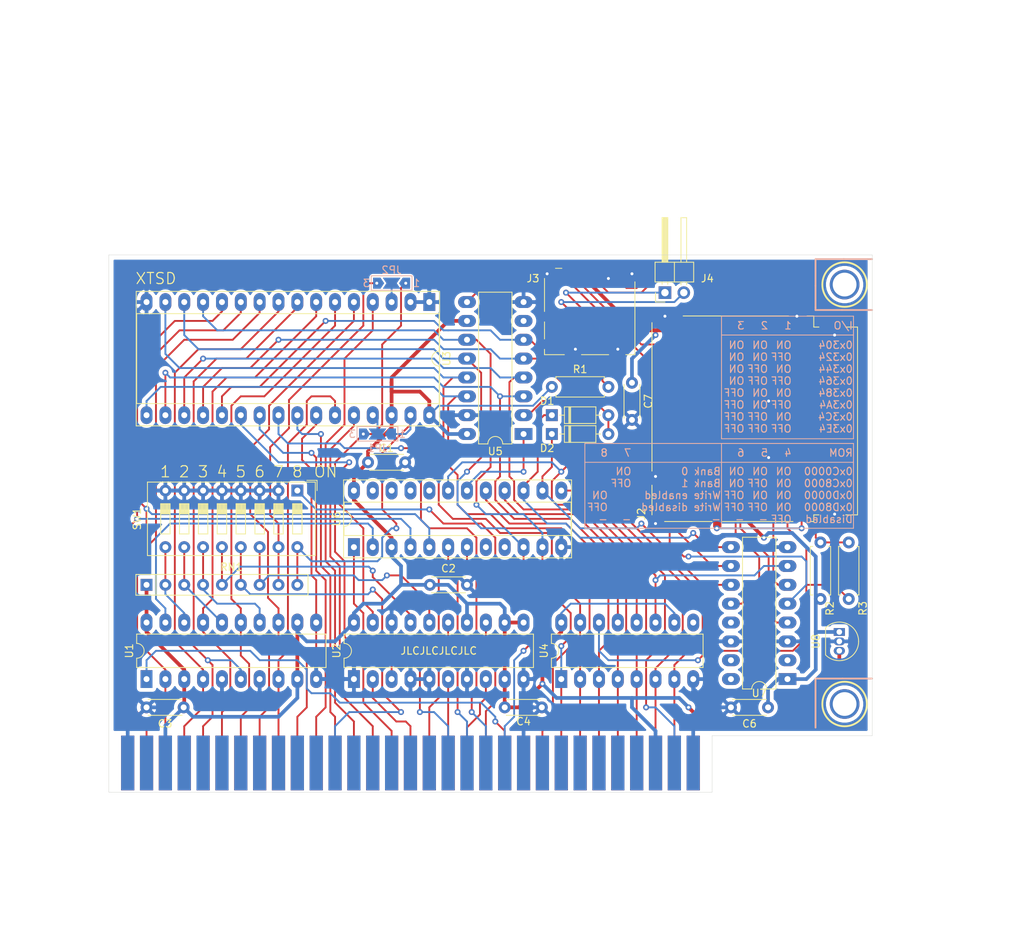
<source format=kicad_pcb>
(kicad_pcb (version 20171130) (host pcbnew "(5.1.9-0-10_14)")
  (layers (0 F.Cu signal) (31 B.Cu signal) (34 B.Paste user) (35 F.Paste user) (36 B.SilkS user) (37 F.SilkS user) (38 B.Mask user) (39 F.Mask user) (44 Edge.Cuts user))
  (net 0 "")
  (net 1 "Net-(J1-PadA10)")
  (net 2 "Net-(J1-PadA01)")
  (net 3 "Net-(J1-PadB30)")
  (net 4 "Net-(J1-PadB28)")
  (net 5 "Net-(J1-PadB27)")
  (net 6 "Net-(J1-PadB26)")
  (net 7 "Net-(J1-PadB25)")
  (net 8 "Net-(J1-PadB24)")
  (net 9 "Net-(J1-PadB23)")
  (net 10 "Net-(J1-PadB22)")
  (net 11 "Net-(J1-PadB21)")
  (net 12 "Net-(J1-PadB19)")
  (net 13 "Net-(J1-PadB18)")
  (net 14 "Net-(J1-PadB17)")
  (net 15 "Net-(J1-PadB16)")
  (net 16 "Net-(J1-PadB15)")
  (net 17 "Net-(J1-PadB09)")
  (net 18 "Net-(J1-PadB08)")
  (net 19 "Net-(J1-PadB07)")
  (net 20 "Net-(J1-PadB06)")
  (net 21 "Net-(J1-PadB05)")
  (net 22 "Net-(J1-PadB04)")
  (net 23 /A0)
  (net 24 /A4)
  (net 25 "Net-(U2-Pad19)")
  (net 26 /A1)
  (net 27 /A2)
  (net 28 /A3)
  (net 29 /A5)
  (net 30 /A6)
  (net 31 /A7)
  (net 32 /A8)
  (net 33 /A9)
  (net 34 /A10)
  (net 35 /A11)
  (net 36 /A12)
  (net 37 /A13)
  (net 38 /A14)
  (net 39 /A15)
  (net 40 /A16)
  (net 41 /A17)
  (net 42 /A18)
  (net 43 /A19)
  (net 44 /D0)
  (net 45 /D1)
  (net 46 /D2)
  (net 47 /D3)
  (net 48 /D4)
  (net 49 /D5)
  (net 50 /D6)
  (net 51 /D7)
  (net 52 /AEN)
  (net 53 /~MEMRD~)
  (net 54 /~MEMWR~)
  (net 55 GND)
  (net 56 /IOA5)
  (net 57 VCC)
  (net 58 /IOA7)
  (net 59 /IOA6)
  (net 60 /SDCLK)
  (net 61 "Net-(U4-Pad9)")
  (net 62 "Net-(U5-Pad7)")
  (net 63 "Net-(J2-Pad8)")
  (net 64 "Net-(J2-Pad5)")
  (net 65 "Net-(J2-Pad1)")
  (net 66 "Net-(J2-Pad9)")
  (net 67 /~WE~)
  (net 68 /CLK)
  (net 69 /~IOWR~)
  (net 70 /~DES_OE~)
  (net 71 /DES_RCLK)
  (net 72 /~SER_LOAD~)
  (net 73 "Net-(U6-Pad23)")
  (net 74 "Net-(U6-Pad22)")
  (net 75 "Net-(U6-Pad21)")
  (net 76 "Net-(U6-Pad9)")
  (net 77 "Net-(U6-Pad20)")
  (net 78 "Net-(U6-Pad8)")
  (net 79 /RESET)
  (net 80 "Net-(RN1-Pad6)")
  (net 81 "Net-(J3-Pad2)")
  (net 82 "Net-(J3-Pad1)")
  (net 83 +3V3)
  (net 84 /MISO)
  (net 85 /MOSI)
  (net 86 /~IORD~)
  (net 87 /~CS~)
  (net 88 /~SDCS1~)
  (net 89 /~SDCS2~)
  (net 90 "Net-(D1-Pad2)")
  (net 91 "Net-(J2-PadCD1)")
  (net 92 "Net-(J4-Pad1)")
  (net 93 "Net-(J2-Pad2)")
  (net 94 "Net-(J3-Pad8)")
  (net 95 "Net-(J2-PadWP2)")
  (net 96 "Net-(JP1-Pad2)")
  (net 97 /FL_A15)
  (net 98 "Net-(JP2-Pad2)")
  (net 99 "Net-(RN1-Pad7)")
  (net 100 "Net-(RN1-Pad5)")
  (net 101 "Net-(U7-Pad15)")
  (net 102 "Net-(U7-Pad2)")
  (net 103 "Net-(J3-Pad9)")
  (net 104 "Net-(J3-Pad10)")
  (module Connector_PinHeader_2.54mm:PinHeader_1x02_P2.54mm_Horizontal (layer F.Cu) (at 158.75 86.36 90)
    (fp_text reference J4 (at 1.905 5.715 180) (layer F.SilkS))
    (fp_text value Conn_01x02_Male)
    (pad 2 thru_hole oval (at 0 2.54 90) (size 1.7 1.7) (drill 1) (layers *.Cu *.Mask) (net 90 "Net-(D1-Pad2)"))
    (pad 1 thru_hole rect (at 0 0 90) (size 1.7 1.7) (drill 1) (layers *.Cu *.Mask) (net 92 "Net-(J4-Pad1)"))
  )
  (module ISA_Card_Edge_Connector_8bit:ISA_CARD_EDGE_CONNECTOR_8BIT_Rev1 (layer F.Cu) (at 162.56 153.67)
    (fp_text reference J1 hide)
    (fp_text value Bus_ISA_8bit_AB_Rev0)
    (pad A11 connect rect (at -25.4 -3.81) (size 1.78 7.366) (drill (offset 0 -0.127)) (layers F.Cu F.Mask) (net 52 /AEN))
    (pad A10 connect rect (at -22.86 -3.81) (size 1.78 7.366) (drill (offset 0 -0.127)) (layers F.Cu F.Mask) (net 1 "Net-(J1-PadA10)"))
    (pad A09 connect rect (at -20.32 -3.81) (size 1.78 7.366) (drill (offset 0 -0.127)) (layers F.Cu F.Mask) (net 44 /D0))
    (pad A08 connect rect (at -17.78 -3.81) (size 1.78 7.366) (drill (offset 0 -0.127)) (layers F.Cu F.Mask) (net 45 /D1))
    (pad A07 connect rect (at -15.24 -3.81) (size 1.78 7.366) (drill (offset 0 -0.127)) (layers F.Cu F.Mask) (net 46 /D2))
    (pad A06 connect rect (at -12.7 -3.81) (size 1.78 7.366) (drill (offset 0 -0.127)) (layers F.Cu F.Mask) (net 47 /D3))
    (pad A05 connect rect (at -10.16 -3.81) (size 1.78 7.366) (drill (offset 0 -0.127)) (layers F.Cu F.Mask) (net 48 /D4))
    (pad A04 connect rect (at -7.62 -3.81) (size 1.78 7.366) (drill (offset 0 -0.127)) (layers F.Cu F.Mask) (net 49 /D5))
    (pad A03 connect rect (at -5.08 -3.81) (size 1.78 7.366) (drill (offset 0 -0.127)) (layers F.Cu F.Mask) (net 50 /D6))
    (pad A02 connect rect (at -2.54 -3.81) (size 1.78 7.366) (drill (offset 0 -0.127)) (layers F.Cu F.Mask) (net 51 /D7))
    (pad A01 connect rect (at 0 -3.81) (size 1.78 7.366) (drill (offset 0 -0.127)) (layers F.Cu F.Mask) (net 2 "Net-(J1-PadA01)"))
    (pad B31 smd rect (at -76.2 -3.81) (size 1.78 7.366) (drill (offset 0 -0.127)) (layers B.Cu B.Mask) (net 55 GND))
    (pad B30 connect rect (at -73.66 -3.81) (size 1.78 7.366) (drill (offset 0 -0.127)) (layers B.Cu B.Mask) (net 3 "Net-(J1-PadB30)"))
    (pad B29 connect rect (at -71.12 -3.81) (size 1.78 7.366) (drill (offset 0 -0.127)) (layers B.Cu B.Mask) (net 57 VCC))
    (pad B28 connect rect (at -68.58 -3.81) (size 1.78 7.366) (drill (offset 0 -0.127)) (layers B.Cu B.Mask) (net 4 "Net-(J1-PadB28)"))
    (pad B27 connect rect (at -66.04 -3.81) (size 1.78 7.366) (drill (offset 0 -0.127)) (layers B.Cu B.Mask) (net 5 "Net-(J1-PadB27)"))
    (pad B26 connect rect (at -63.5 -3.81) (size 1.78 7.366) (drill (offset 0 -0.127)) (layers B.Cu B.Mask) (net 6 "Net-(J1-PadB26)"))
    (pad B25 connect rect (at -60.96 -3.81) (size 1.78 7.366) (drill (offset 0 -0.127)) (layers B.Cu B.Mask) (net 7 "Net-(J1-PadB25)"))
    (pad B24 connect rect (at -58.42 -3.81) (size 1.78 7.366) (drill (offset 0 -0.127)) (layers B.Cu B.Mask) (net 8 "Net-(J1-PadB24)"))
    (pad B23 connect rect (at -55.88 -3.81) (size 1.78 7.366) (drill (offset 0 -0.127)) (layers B.Cu B.Mask) (net 9 "Net-(J1-PadB23)"))
    (pad B22 connect rect (at -53.34 -3.81) (size 1.78 7.366) (drill (offset 0 -0.127)) (layers B.Cu B.Mask) (net 10 "Net-(J1-PadB22)"))
    (pad B21 connect rect (at -50.8 -3.81) (size 1.78 7.366) (drill (offset 0 -0.127)) (layers B.Cu B.Mask) (net 11 "Net-(J1-PadB21)"))
    (pad B20 connect rect (at -48.26 -3.81) (size 1.78 7.366) (drill (offset 0 -0.127)) (layers B.Cu B.Mask) (net 68 /CLK))
    (pad B19 connect rect (at -45.72 -3.81) (size 1.78 7.366) (drill (offset 0 -0.127)) (layers B.Cu B.Mask) (net 12 "Net-(J1-PadB19)"))
    (pad B18 connect rect (at -43.18 -3.81) (size 1.78 7.366) (drill (offset 0 -0.127)) (layers B.Cu B.Mask) (net 13 "Net-(J1-PadB18)"))
    (pad B17 connect rect (at -40.64 -3.81) (size 1.78 7.366) (drill (offset 0 -0.127)) (layers B.Cu B.Mask) (net 14 "Net-(J1-PadB17)"))
    (pad B16 connect rect (at -38.1 -3.81) (size 1.78 7.366) (drill (offset 0 -0.127)) (layers B.Cu B.Mask) (net 15 "Net-(J1-PadB16)"))
    (pad B15 connect rect (at -35.56 -3.81) (size 1.78 7.366) (drill (offset 0 -0.127)) (layers B.Cu B.Mask) (net 16 "Net-(J1-PadB15)"))
    (pad B14 connect rect (at -33.02 -3.81) (size 1.78 7.366) (drill (offset 0 -0.127)) (layers B.Cu B.Mask) (net 86 /~IORD~))
    (pad B13 connect rect (at -30.48 -3.81) (size 1.78 7.366) (drill (offset 0 -0.127)) (layers B.Cu B.Mask) (net 69 /~IOWR~))
    (pad B12 connect rect (at -27.94 -3.81) (size 1.78 7.366) (drill (offset 0 -0.127)) (layers B.Cu B.Mask) (net 53 /~MEMRD~))
    (pad B11 connect rect (at -25.4 -3.81) (size 1.78 7.366) (drill (offset 0 -0.127)) (layers B.Cu B.Mask) (net 54 /~MEMWR~))
    (pad B10 connect rect (at -22.86 -3.81) (size 1.78 7.366) (drill (offset 0 -0.127)) (layers B.Cu B.Mask) (net 55 GND))
    (pad B09 connect rect (at -20.32 -3.81) (size 1.78 7.366) (drill (offset 0 -0.127)) (layers B.Cu B.Mask) (net 17 "Net-(J1-PadB09)"))
    (pad B08 connect rect (at -17.78 -3.81) (size 1.78 7.366) (drill (offset 0 -0.127)) (layers B.Cu B.Mask) (net 18 "Net-(J1-PadB08)"))
    (pad B07 connect rect (at -15.24 -3.81) (size 1.78 7.366) (drill (offset 0 -0.127)) (layers B.Cu B.Mask) (net 19 "Net-(J1-PadB07)"))
    (pad B06 connect rect (at -12.7 -3.81) (size 1.78 7.366) (drill (offset 0 -0.127)) (layers B.Cu B.Mask) (net 20 "Net-(J1-PadB06)"))
    (pad B05 connect rect (at -10.16 -3.81) (size 1.78 7.366) (drill (offset 0 -0.127)) (layers B.Cu B.Mask) (net 21 "Net-(J1-PadB05)"))
    (pad B04 connect rect (at -7.62 -3.81) (size 1.78 7.366) (drill (offset 0 -0.127)) (layers B.Cu B.Mask) (net 22 "Net-(J1-PadB04)"))
    (pad B03 connect rect (at -5.08 -3.81) (size 1.78 7.366) (drill (offset 0 -0.127)) (layers B.Cu B.Mask) (net 57 VCC))
    (pad B02 connect rect (at -2.54 -3.81) (size 1.78 7.366) (drill (offset 0 -0.127)) (layers B.Cu B.Mask) (net 79 /RESET))
    (pad B01 connect rect (at 0 -3.81) (size 1.78 7.366) (drill (offset 0 -0.127)) (layers B.Cu B.Mask) (net 55 GND))
    (pad A31 connect rect (at -76.2 -3.81) (size 1.78 7.366) (drill (offset 0 -0.127)) (layers F.Cu F.Mask) (net 23 /A0))
    (pad A30 connect rect (at -73.66 -3.81) (size 1.78 7.366) (drill (offset 0 -0.127)) (layers F.Cu F.Mask) (net 26 /A1))
    (pad A29 connect rect (at -71.12 -3.81) (size 1.78 7.366) (drill (offset 0 -0.127)) (layers F.Cu F.Mask) (net 27 /A2))
    (pad A28 connect rect (at -68.58 -3.81) (size 1.78 7.366) (drill (offset 0 -0.127)) (layers F.Cu F.Mask) (net 28 /A3))
    (pad A27 connect rect (at -66.04 -3.81) (size 1.78 7.366) (drill (offset 0 -0.127)) (layers F.Cu F.Mask) (net 24 /A4))
    (pad A26 connect rect (at -63.5 -3.81) (size 1.78 7.366) (drill (offset 0 -0.127)) (layers F.Cu F.Mask) (net 29 /A5))
    (pad A25 connect rect (at -60.96 -3.81) (size 1.78 7.366) (drill (offset 0 -0.127)) (layers F.Cu F.Mask) (net 30 /A6))
    (pad A24 connect rect (at -58.42 -3.81) (size 1.78 7.366) (drill (offset 0 -0.127)) (layers F.Cu F.Mask) (net 31 /A7))
    (pad A23 connect rect (at -55.88 -3.81) (size 1.78 7.366) (drill (offset 0 -0.127)) (layers F.Cu F.Mask) (net 32 /A8))
    (pad A22 connect rect (at -53.34 -3.81) (size 1.78 7.366) (drill (offset 0 -0.127)) (layers F.Cu F.Mask) (net 33 /A9))
    (pad A21 connect rect (at -50.8 -3.81) (size 1.78 7.366) (drill (offset 0 -0.127)) (layers F.Cu F.Mask) (net 34 /A10))
    (pad A20 connect rect (at -48.26 -3.81) (size 1.78 7.366) (drill (offset 0 -0.127)) (layers F.Cu F.Mask) (net 35 /A11))
    (pad A19 connect rect (at -45.72 -3.81) (size 1.78 7.366) (drill (offset 0 -0.127)) (layers F.Cu F.Mask) (net 36 /A12))
    (pad A18 connect rect (at -43.18 -3.81) (size 1.78 7.366) (drill (offset 0 -0.127)) (layers F.Cu F.Mask) (net 37 /A13))
    (pad A17 connect rect (at -40.64 -3.81) (size 1.78 7.366) (drill (offset 0 -0.127)) (layers F.Cu F.Mask) (net 38 /A14))
    (pad A16 connect rect (at -38.1 -3.81) (size 1.78 7.366) (drill (offset 0 -0.127)) (layers F.Cu F.Mask) (net 39 /A15))
    (pad A15 connect rect (at -35.56 -3.81) (size 1.78 7.366) (drill (offset 0 -0.127)) (layers F.Cu F.Mask) (net 40 /A16))
    (pad A14 connect rect (at -33.02 -3.81) (size 1.78 7.366) (drill (offset 0 -0.127)) (layers F.Cu F.Mask) (net 41 /A17))
    (pad A13 connect rect (at -30.48 -3.81) (size 1.78 7.366) (drill (offset 0 -0.127)) (layers F.Cu F.Mask) (net 42 /A18))
    (pad A12 connect rect (at -27.94 -3.81) (size 1.78 7.366) (drill (offset 0 -0.127)) (layers F.Cu F.Mask) (net 43 /A19))
  )
  (module Package_DIP:DIP-20_W7.62mm_LongPads (layer F.Cu) (at 88.9 138.43 90)
    (fp_text reference U1 (at 3.81 -2.33 90) (layer F.SilkS))
    (fp_text value 74LS688)
    (pad 20 thru_hole oval (at 7.62 0 90) (size 2.4 1.6) (drill 0.8) (layers *.Cu *.Mask) (net 57 VCC))
    (pad 10 thru_hole oval (at 0 22.86 90) (size 2.4 1.6) (drill 0.8) (layers *.Cu *.Mask) (net 55 GND))
    (pad 19 thru_hole oval (at 7.62 2.54 90) (size 2.4 1.6) (drill 0.8) (layers *.Cu *.Mask) (net 87 /~CS~))
    (pad 9 thru_hole oval (at 0 20.32 90) (size 2.4 1.6) (drill 0.8) (layers *.Cu *.Mask) (net 57 VCC))
    (pad 18 thru_hole oval (at 7.62 5.08 90) (size 2.4 1.6) (drill 0.8) (layers *.Cu *.Mask) (net 56 /IOA5))
    (pad 8 thru_hole oval (at 0 17.78 90) (size 2.4 1.6) (drill 0.8) (layers *.Cu *.Mask) (net 32 /A8))
    (pad 17 thru_hole oval (at 7.62 7.62 90) (size 2.4 1.6) (drill 0.8) (layers *.Cu *.Mask) (net 29 /A5))
    (pad 7 thru_hole oval (at 0 15.24 90) (size 2.4 1.6) (drill 0.8) (layers *.Cu *.Mask) (net 55 GND))
    (pad 16 thru_hole oval (at 7.62 10.16 90) (size 2.4 1.6) (drill 0.8) (layers *.Cu *.Mask) (net 59 /IOA6))
    (pad 6 thru_hole oval (at 0 12.7 90) (size 2.4 1.6) (drill 0.8) (layers *.Cu *.Mask) (net 24 /A4))
    (pad 15 thru_hole oval (at 7.62 12.7 90) (size 2.4 1.6) (drill 0.8) (layers *.Cu *.Mask) (net 30 /A6))
    (pad 5 thru_hole oval (at 0 10.16 90) (size 2.4 1.6) (drill 0.8) (layers *.Cu *.Mask) (net 55 GND))
    (pad 14 thru_hole oval (at 7.62 15.24 90) (size 2.4 1.6) (drill 0.8) (layers *.Cu *.Mask) (net 58 /IOA7))
    (pad 4 thru_hole oval (at 0 7.62 90) (size 2.4 1.6) (drill 0.8) (layers *.Cu *.Mask) (net 28 /A3))
    (pad 13 thru_hole oval (at 7.62 17.78 90) (size 2.4 1.6) (drill 0.8) (layers *.Cu *.Mask) (net 31 /A7))
    (pad 3 thru_hole oval (at 0 5.08 90) (size 2.4 1.6) (drill 0.8) (layers *.Cu *.Mask) (net 57 VCC))
    (pad 12 thru_hole oval (at 7.62 20.32 90) (size 2.4 1.6) (drill 0.8) (layers *.Cu *.Mask) (net 57 VCC))
    (pad 2 thru_hole oval (at 0 2.54 90) (size 2.4 1.6) (drill 0.8) (layers *.Cu *.Mask) (net 27 /A2))
    (pad 11 thru_hole oval (at 7.62 22.86 90) (size 2.4 1.6) (drill 0.8) (layers *.Cu *.Mask) (net 33 /A9))
    (pad 1 thru_hole rect (at 0 0 90) (size 2.4 1.6) (drill 0.8) (layers *.Cu *.Mask) (net 52 /AEN))
  )
  (module PC_Bracket_ISA_Keystone_9202:PC_BRACKET_ISA_KEYSTONE_9202_Rev1 (layer F.Cu) (at 162.56 153.67)
    (fp_text reference M?1 hide)
    (fp_text value Bracket hide)
    (pad 2 thru_hole circle (at 20.3962 -68.397) (size 4 4) (drill 3.2) (layers *.Cu *.Mask))
    (pad 1 thru_hole circle (at 20.3962 -11.882) (size 4 4) (drill 3.2) (layers *.Cu *.Mask))
  )
  (module Package_DIP:DIP-16_W7.62mm_LongPads (layer F.Cu) (at 144.78 138.43 90)
    (fp_text reference U4 (at 3.81 -2.33 90) (layer F.SilkS))
    (fp_text value 74LS595)
    (pad 16 thru_hole oval (at 7.62 0 90) (size 2.4 1.6) (drill 0.8) (layers *.Cu *.Mask) (net 57 VCC))
    (pad 8 thru_hole oval (at 0 17.78 90) (size 2.4 1.6) (drill 0.8) (layers *.Cu *.Mask) (net 55 GND))
    (pad 15 thru_hole oval (at 7.62 2.54 90) (size 2.4 1.6) (drill 0.8) (layers *.Cu *.Mask) (net 44 /D0))
    (pad 7 thru_hole oval (at 0 15.24 90) (size 2.4 1.6) (drill 0.8) (layers *.Cu *.Mask) (net 51 /D7))
    (pad 14 thru_hole oval (at 7.62 5.08 90) (size 2.4 1.6) (drill 0.8) (layers *.Cu *.Mask) (net 84 /MISO))
    (pad 6 thru_hole oval (at 0 12.7 90) (size 2.4 1.6) (drill 0.8) (layers *.Cu *.Mask) (net 50 /D6))
    (pad 13 thru_hole oval (at 7.62 7.62 90) (size 2.4 1.6) (drill 0.8) (layers *.Cu *.Mask) (net 70 /~DES_OE~))
    (pad 5 thru_hole oval (at 0 10.16 90) (size 2.4 1.6) (drill 0.8) (layers *.Cu *.Mask) (net 49 /D5))
    (pad 12 thru_hole oval (at 7.62 10.16 90) (size 2.4 1.6) (drill 0.8) (layers *.Cu *.Mask) (net 71 /DES_RCLK))
    (pad 4 thru_hole oval (at 0 7.62 90) (size 2.4 1.6) (drill 0.8) (layers *.Cu *.Mask) (net 48 /D4))
    (pad 11 thru_hole oval (at 7.62 12.7 90) (size 2.4 1.6) (drill 0.8) (layers *.Cu *.Mask) (net 60 /SDCLK))
    (pad 3 thru_hole oval (at 0 5.08 90) (size 2.4 1.6) (drill 0.8) (layers *.Cu *.Mask) (net 47 /D3))
    (pad 10 thru_hole oval (at 7.62 15.24 90) (size 2.4 1.6) (drill 0.8) (layers *.Cu *.Mask) (net 57 VCC))
    (pad 2 thru_hole oval (at 0 2.54 90) (size 2.4 1.6) (drill 0.8) (layers *.Cu *.Mask) (net 46 /D2))
    (pad 9 thru_hole oval (at 7.62 17.78 90) (size 2.4 1.6) (drill 0.8) (layers *.Cu *.Mask) (net 61 "Net-(U4-Pad9)"))
    (pad 1 thru_hole rect (at 0 0 90) (size 2.4 1.6) (drill 0.8) (layers *.Cu *.Mask) (net 45 /D1))
  )
  (module Package_DIP:DIP-20_W7.62mm_LongPads (layer F.Cu) (at 116.84 138.43 90)
    (fp_text reference U2 (at 3.81 -2.33 90) (layer F.SilkS))
    (fp_text value 74LS688)
    (pad 20 thru_hole oval (at 7.62 0 90) (size 2.4 1.6) (drill 0.8) (layers *.Cu *.Mask) (net 57 VCC))
    (pad 10 thru_hole oval (at 0 22.86 90) (size 2.4 1.6) (drill 0.8) (layers *.Cu *.Mask) (net 55 GND))
    (pad 19 thru_hole oval (at 7.62 2.54 90) (size 2.4 1.6) (drill 0.8) (layers *.Cu *.Mask) (net 25 "Net-(U2-Pad19)"))
    (pad 9 thru_hole oval (at 0 20.32 90) (size 2.4 1.6) (drill 0.8) (layers *.Cu *.Mask) (net 57 VCC))
    (pad 18 thru_hole oval (at 7.62 5.08 90) (size 2.4 1.6) (drill 0.8) (layers *.Cu *.Mask) (net 55 GND))
    (pad 8 thru_hole oval (at 0 17.78 90) (size 2.4 1.6) (drill 0.8) (layers *.Cu *.Mask) (net 42 /A18))
    (pad 17 thru_hole oval (at 7.62 7.62 90) (size 2.4 1.6) (drill 0.8) (layers *.Cu *.Mask) (net 100 "Net-(RN1-Pad5)"))
    (pad 7 thru_hole oval (at 0 15.24 90) (size 2.4 1.6) (drill 0.8) (layers *.Cu *.Mask) (net 55 GND))
    (pad 16 thru_hole oval (at 7.62 10.16 90) (size 2.4 1.6) (drill 0.8) (layers *.Cu *.Mask) (net 99 "Net-(RN1-Pad7)"))
    (pad 6 thru_hole oval (at 0 12.7 90) (size 2.4 1.6) (drill 0.8) (layers *.Cu *.Mask) (net 41 /A17))
    (pad 15 thru_hole oval (at 7.62 12.7 90) (size 2.4 1.6) (drill 0.8) (layers *.Cu *.Mask) (net 40 /A16))
    (pad 5 thru_hole oval (at 0 10.16 90) (size 2.4 1.6) (drill 0.8) (layers *.Cu *.Mask) (net 55 GND))
    (pad 14 thru_hole oval (at 7.62 15.24 90) (size 2.4 1.6) (drill 0.8) (layers *.Cu *.Mask) (net 57 VCC))
    (pad 4 thru_hole oval (at 0 7.62 90) (size 2.4 1.6) (drill 0.8) (layers *.Cu *.Mask) (net 55 GND))
    (pad 13 thru_hole oval (at 7.62 17.78 90) (size 2.4 1.6) (drill 0.8) (layers *.Cu *.Mask) (net 43 /A19))
    (pad 3 thru_hole oval (at 0 5.08 90) (size 2.4 1.6) (drill 0.8) (layers *.Cu *.Mask) (net 80 "Net-(RN1-Pad6)"))
    (pad 12 thru_hole oval (at 7.62 20.32 90) (size 2.4 1.6) (drill 0.8) (layers *.Cu *.Mask) (net 57 VCC))
    (pad 2 thru_hole oval (at 0 2.54 90) (size 2.4 1.6) (drill 0.8) (layers *.Cu *.Mask) (net 39 /A15))
    (pad 11 thru_hole oval (at 7.62 22.86 90) (size 2.4 1.6) (drill 0.8) (layers *.Cu *.Mask) (net 57 VCC))
    (pad 1 thru_hole rect (at 0 0 90) (size 2.4 1.6) (drill 0.8) (layers *.Cu *.Mask) (net 55 GND))
  )
  (module Connector_SD:Molex_503500-0991 (layer F.Cu) (at 182.9 90.8 270)
    (fp_text reference J2 (at 25.405 27.325 270) (layer F.SilkS))
    (fp_text value SD_Card)
    (pad 1 smd rect (at 6.075 9.905 270) (size 1.2 1.95) (layers F.Cu F.Paste F.Mask) (net 65 "Net-(J2-Pad1)"))
    (pad 2 smd rect (at 8.575 9.905 270) (size 1.2 1.95) (layers F.Cu F.Paste F.Mask) (net 93 "Net-(J2-Pad2)"))
    (pad 3 smd rect (at 11.075 9.905 270) (size 1.2 1.95) (layers F.Cu F.Paste F.Mask) (net 55 GND))
    (pad 4 smd rect (at 13.575 9.905 270) (size 1.2 1.95) (layers F.Cu F.Paste F.Mask) (net 83 +3V3))
    (pad 5 smd rect (at 16.075 9.905 270) (size 1.2 1.95) (layers F.Cu F.Paste F.Mask) (net 64 "Net-(J2-Pad5)"))
    (pad 6 smd rect (at 18.575 9.905 270) (size 1.2 1.95) (layers F.Cu F.Paste F.Mask) (net 55 GND))
    (pad 7 smd rect (at 20.075 9.905 270) (size 1.2 1.95) (layers F.Cu F.Paste F.Mask) (net 84 /MISO))
    (pad 8 smd rect (at 21.575 9.905 270) (size 1.2 1.95) (layers F.Cu F.Paste F.Mask) (net 63 "Net-(J2-Pad8)"))
    (pad 9 smd rect (at 3.575 9.905 270) (size 1.2 1.95) (layers F.Cu F.Paste F.Mask) (net 66 "Net-(J2-Pad9)"))
    (pad SH smd rect (at 24.85 1.6 270) (size 2.1 3.2) (layers F.Cu F.Paste F.Mask) (net 55 GND))
    (pad SH smd rect (at 1.05 1.6 270) (size 2.1 3.2) (layers F.Cu F.Paste F.Mask) (net 55 GND))
    (pad WP2 smd rect (at 24.57 5.74 270) (size 1 2) (layers F.Cu F.Paste F.Mask) (net 95 "Net-(J2-PadWP2)"))
    (pad WP1 smd rect (at 25.77 5.74 270) (size 1 2) (layers F.Cu F.Paste F.Mask) (net 91 "Net-(J2-PadCD1)"))
    (pad SH smd rect (at -1.355 6.28 270) (size 1.55 2.2) (layers F.Cu F.Paste F.Mask) (net 55 GND))
    (pad SH smd rect (at -1.355 24.015 270) (size 1.55 4.17) (layers F.Cu F.Paste F.Mask) (net 55 GND))
    (pad SH smd rect (at 26.42 25.275 270) (size 1.5 1.65) (layers F.Cu F.Paste F.Mask) (net 55 GND))
    (pad CD1 smd rect (at 26.42 17.11 270) (size 1.5 1.1) (layers F.Cu F.Paste F.Mask) (net 91 "Net-(J2-PadCD1)"))
    (pad CD2 smd rect (at 20.55 25.165 270) (size 1.6 1.87) (layers F.Cu F.Paste F.Mask) (net 55 GND))
  )
  (module Button_Switch_THT:SW_DIP_SPSTx08_Slide_9.78x22.5mm_W7.62mm_P2.54mm (layer F.Cu) (at 109.22 113.03 270)
    (fp_text reference SW1 (at 3.81 21.59 90) (layer F.SilkS))
    (fp_text value SW_DIP_x08)
    (pad 16 thru_hole oval (at 7.62 0 270) (size 1.6 1.6) (drill 0.8) (layers *.Cu *.Mask) (net 67 /~WE~))
    (pad 8 thru_hole oval (at 0 17.78 270) (size 1.6 1.6) (drill 0.8) (layers *.Cu *.Mask) (net 55 GND))
    (pad 15 thru_hole oval (at 7.62 2.54 270) (size 1.6 1.6) (drill 0.8) (layers *.Cu *.Mask) (net 97 /FL_A15))
    (pad 7 thru_hole oval (at 0 15.24 270) (size 1.6 1.6) (drill 0.8) (layers *.Cu *.Mask) (net 55 GND))
    (pad 14 thru_hole oval (at 7.62 5.08 270) (size 1.6 1.6) (drill 0.8) (layers *.Cu *.Mask) (net 99 "Net-(RN1-Pad7)"))
    (pad 6 thru_hole oval (at 0 12.7 270) (size 1.6 1.6) (drill 0.8) (layers *.Cu *.Mask) (net 55 GND))
    (pad 13 thru_hole oval (at 7.62 7.62 270) (size 1.6 1.6) (drill 0.8) (layers *.Cu *.Mask) (net 80 "Net-(RN1-Pad6)"))
    (pad 5 thru_hole oval (at 0 10.16 270) (size 1.6 1.6) (drill 0.8) (layers *.Cu *.Mask) (net 55 GND))
    (pad 12 thru_hole oval (at 7.62 10.16 270) (size 1.6 1.6) (drill 0.8) (layers *.Cu *.Mask) (net 100 "Net-(RN1-Pad5)"))
    (pad 4 thru_hole oval (at 0 7.62 270) (size 1.6 1.6) (drill 0.8) (layers *.Cu *.Mask) (net 55 GND))
    (pad 11 thru_hole oval (at 7.62 12.7 270) (size 1.6 1.6) (drill 0.8) (layers *.Cu *.Mask) (net 58 /IOA7))
    (pad 3 thru_hole oval (at 0 5.08 270) (size 1.6 1.6) (drill 0.8) (layers *.Cu *.Mask) (net 55 GND))
    (pad 10 thru_hole oval (at 7.62 15.24 270) (size 1.6 1.6) (drill 0.8) (layers *.Cu *.Mask) (net 59 /IOA6))
    (pad 2 thru_hole oval (at 0 2.54 270) (size 1.6 1.6) (drill 0.8) (layers *.Cu *.Mask) (net 55 GND))
    (pad 9 thru_hole oval (at 7.62 17.78 270) (size 1.6 1.6) (drill 0.8) (layers *.Cu *.Mask) (net 56 /IOA5))
    (pad 1 thru_hole rect (at 0 0 270) (size 1.6 1.6) (drill 0.8) (layers *.Cu *.Mask) (net 54 /~MEMWR~))
  )
  (module Package_DIP:DIP-32_W15.24mm_Socket_LongPads (layer F.Cu) (at 127 87.63 270)
    (fp_text reference U3 (at 7.62 -2.33 90) (layer F.SilkS))
    (fp_text value SST39SF010)
    (pad 32 thru_hole oval (at 15.24 0 270) (size 2.4 1.6) (drill 0.8) (layers *.Cu *.Mask) (net 57 VCC))
    (pad 16 thru_hole oval (at 0 38.1 270) (size 2.4 1.6) (drill 0.8) (layers *.Cu *.Mask) (net 55 GND))
    (pad 31 thru_hole oval (at 15.24 2.54 270) (size 2.4 1.6) (drill 0.8) (layers *.Cu *.Mask) (net 67 /~WE~))
    (pad 15 thru_hole oval (at 0 35.56 270) (size 2.4 1.6) (drill 0.8) (layers *.Cu *.Mask) (net 46 /D2))
    (pad 30 thru_hole oval (at 15.24 5.08 270) (size 2.4 1.6) (drill 0.8) (layers *.Cu *.Mask) (net 57 VCC))
    (pad 14 thru_hole oval (at 0 33.02 270) (size 2.4 1.6) (drill 0.8) (layers *.Cu *.Mask) (net 45 /D1))
    (pad 29 thru_hole oval (at 15.24 7.62 270) (size 2.4 1.6) (drill 0.8) (layers *.Cu *.Mask) (net 96 "Net-(JP1-Pad2)"))
    (pad 13 thru_hole oval (at 0 30.48 270) (size 2.4 1.6) (drill 0.8) (layers *.Cu *.Mask) (net 44 /D0))
    (pad 28 thru_hole oval (at 15.24 10.16 270) (size 2.4 1.6) (drill 0.8) (layers *.Cu *.Mask) (net 37 /A13))
    (pad 12 thru_hole oval (at 0 27.94 270) (size 2.4 1.6) (drill 0.8) (layers *.Cu *.Mask) (net 23 /A0))
    (pad 27 thru_hole oval (at 15.24 12.7 270) (size 2.4 1.6) (drill 0.8) (layers *.Cu *.Mask) (net 32 /A8))
    (pad 11 thru_hole oval (at 0 25.4 270) (size 2.4 1.6) (drill 0.8) (layers *.Cu *.Mask) (net 26 /A1))
    (pad 26 thru_hole oval (at 15.24 15.24 270) (size 2.4 1.6) (drill 0.8) (layers *.Cu *.Mask) (net 33 /A9))
    (pad 10 thru_hole oval (at 0 22.86 270) (size 2.4 1.6) (drill 0.8) (layers *.Cu *.Mask) (net 27 /A2))
    (pad 25 thru_hole oval (at 15.24 17.78 270) (size 2.4 1.6) (drill 0.8) (layers *.Cu *.Mask) (net 35 /A11))
    (pad 9 thru_hole oval (at 0 20.32 270) (size 2.4 1.6) (drill 0.8) (layers *.Cu *.Mask) (net 28 /A3))
    (pad 24 thru_hole oval (at 15.24 20.32 270) (size 2.4 1.6) (drill 0.8) (layers *.Cu *.Mask) (net 53 /~MEMRD~))
    (pad 8 thru_hole oval (at 0 17.78 270) (size 2.4 1.6) (drill 0.8) (layers *.Cu *.Mask) (net 24 /A4))
    (pad 23 thru_hole oval (at 15.24 22.86 270) (size 2.4 1.6) (drill 0.8) (layers *.Cu *.Mask) (net 34 /A10))
    (pad 7 thru_hole oval (at 0 15.24 270) (size 2.4 1.6) (drill 0.8) (layers *.Cu *.Mask) (net 29 /A5))
    (pad 22 thru_hole oval (at 15.24 25.4 270) (size 2.4 1.6) (drill 0.8) (layers *.Cu *.Mask) (net 25 "Net-(U2-Pad19)"))
    (pad 6 thru_hole oval (at 0 12.7 270) (size 2.4 1.6) (drill 0.8) (layers *.Cu *.Mask) (net 30 /A6))
    (pad 21 thru_hole oval (at 15.24 27.94 270) (size 2.4 1.6) (drill 0.8) (layers *.Cu *.Mask) (net 51 /D7))
    (pad 5 thru_hole oval (at 0 10.16 270) (size 2.4 1.6) (drill 0.8) (layers *.Cu *.Mask) (net 31 /A7))
    (pad 20 thru_hole oval (at 15.24 30.48 270) (size 2.4 1.6) (drill 0.8) (layers *.Cu *.Mask) (net 50 /D6))
    (pad 4 thru_hole oval (at 0 7.62 270) (size 2.4 1.6) (drill 0.8) (layers *.Cu *.Mask) (net 36 /A12))
    (pad 19 thru_hole oval (at 15.24 33.02 270) (size 2.4 1.6) (drill 0.8) (layers *.Cu *.Mask) (net 49 /D5))
    (pad 3 thru_hole oval (at 0 5.08 270) (size 2.4 1.6) (drill 0.8) (layers *.Cu *.Mask) (net 98 "Net-(JP2-Pad2)"))
    (pad 18 thru_hole oval (at 15.24 35.56 270) (size 2.4 1.6) (drill 0.8) (layers *.Cu *.Mask) (net 48 /D4))
    (pad 2 thru_hole oval (at 0 2.54 270) (size 2.4 1.6) (drill 0.8) (layers *.Cu *.Mask) (net 55 GND))
    (pad 17 thru_hole oval (at 15.24 38.1 270) (size 2.4 1.6) (drill 0.8) (layers *.Cu *.Mask) (net 47 /D3))
    (pad 1 thru_hole rect (at 0 0 270) (size 2.4 1.6) (drill 0.8) (layers *.Cu *.Mask) (net 55 GND))
  )
  (module Resistor_THT:R_Axial_DIN0207_L6.3mm_D2.5mm_P7.62mm_Horizontal (layer F.Cu) (at 183.515 127.635 90)
    (fp_text reference R3 (at -1.27 1.905 90) (layer F.SilkS))
    (fp_text value 10k)
    (pad 2 thru_hole oval (at 7.62 0 90) (size 1.6 1.6) (drill 0.8) (layers *.Cu *.Mask) (net 95 "Net-(J2-PadWP2)"))
    (pad 1 thru_hole circle (at 0 0 90) (size 1.6 1.6) (drill 0.8) (layers *.Cu *.Mask) (net 84 /MISO))
  )
  (module Resistor_THT:R_Axial_DIN0207_L6.3mm_D2.5mm_P7.62mm_Horizontal (layer F.Cu) (at 179.705 127.635 90)
    (fp_text reference R2 (at -1.27 1.27 90) (layer F.SilkS))
    (fp_text value 10k)
    (pad 2 thru_hole oval (at 7.62 0 90) (size 1.6 1.6) (drill 0.8) (layers *.Cu *.Mask) (net 95 "Net-(J2-PadWP2)"))
    (pad 1 thru_hole circle (at 0 0 90) (size 1.6 1.6) (drill 0.8) (layers *.Cu *.Mask) (net 83 +3V3))
  )
  (module Package_DIP:DIP-24_W7.62mm_Socket_LongPads (layer F.Cu) (at 116.84 120.65 90)
    (fp_text reference U6 (at 3.81 -2.33 90) (layer F.SilkS))
    (fp_text value ATF22V10)
    (pad 24 thru_hole oval (at 7.62 0 90) (size 2.4 1.6) (drill 0.8) (layers *.Cu *.Mask) (net 57 VCC))
    (pad 12 thru_hole oval (at 0 27.94 90) (size 2.4 1.6) (drill 0.8) (layers *.Cu *.Mask) (net 55 GND))
    (pad 23 thru_hole oval (at 7.62 2.54 90) (size 2.4 1.6) (drill 0.8) (layers *.Cu *.Mask) (net 73 "Net-(U6-Pad23)"))
    (pad 11 thru_hole oval (at 0 25.4 90) (size 2.4 1.6) (drill 0.8) (layers *.Cu *.Mask) (net 44 /D0))
    (pad 22 thru_hole oval (at 7.62 5.08 90) (size 2.4 1.6) (drill 0.8) (layers *.Cu *.Mask) (net 74 "Net-(U6-Pad22)"))
    (pad 10 thru_hole oval (at 0 22.86 90) (size 2.4 1.6) (drill 0.8) (layers *.Cu *.Mask) (net 45 /D1))
    (pad 21 thru_hole oval (at 7.62 7.62 90) (size 2.4 1.6) (drill 0.8) (layers *.Cu *.Mask) (net 75 "Net-(U6-Pad21)"))
    (pad 9 thru_hole oval (at 0 20.32 90) (size 2.4 1.6) (drill 0.8) (layers *.Cu *.Mask) (net 76 "Net-(U6-Pad9)"))
    (pad 20 thru_hole oval (at 7.62 10.16 90) (size 2.4 1.6) (drill 0.8) (layers *.Cu *.Mask) (net 77 "Net-(U6-Pad20)"))
    (pad 8 thru_hole oval (at 0 17.78 90) (size 2.4 1.6) (drill 0.8) (layers *.Cu *.Mask) (net 78 "Net-(U6-Pad8)"))
    (pad 19 thru_hole oval (at 7.62 12.7 90) (size 2.4 1.6) (drill 0.8) (layers *.Cu *.Mask) (net 60 /SDCLK))
    (pad 7 thru_hole oval (at 0 15.24 90) (size 2.4 1.6) (drill 0.8) (layers *.Cu *.Mask) (net 69 /~IOWR~))
    (pad 18 thru_hole oval (at 7.62 15.24 90) (size 2.4 1.6) (drill 0.8) (layers *.Cu *.Mask) (net 72 /~SER_LOAD~))
    (pad 6 thru_hole oval (at 0 12.7 90) (size 2.4 1.6) (drill 0.8) (layers *.Cu *.Mask) (net 86 /~IORD~))
    (pad 17 thru_hole oval (at 7.62 17.78 90) (size 2.4 1.6) (drill 0.8) (layers *.Cu *.Mask) (net 70 /~DES_OE~))
    (pad 5 thru_hole oval (at 0 10.16 90) (size 2.4 1.6) (drill 0.8) (layers *.Cu *.Mask) (net 26 /A1))
    (pad 16 thru_hole oval (at 7.62 20.32 90) (size 2.4 1.6) (drill 0.8) (layers *.Cu *.Mask) (net 71 /DES_RCLK))
    (pad 4 thru_hole oval (at 0 7.62 90) (size 2.4 1.6) (drill 0.8) (layers *.Cu *.Mask) (net 23 /A0))
    (pad 15 thru_hole oval (at 7.62 22.86 90) (size 2.4 1.6) (drill 0.8) (layers *.Cu *.Mask) (net 89 /~SDCS2~))
    (pad 3 thru_hole oval (at 0 5.08 90) (size 2.4 1.6) (drill 0.8) (layers *.Cu *.Mask) (net 57 VCC))
    (pad 14 thru_hole oval (at 7.62 25.4 90) (size 2.4 1.6) (drill 0.8) (layers *.Cu *.Mask) (net 88 /~SDCS1~))
    (pad 2 thru_hole oval (at 0 2.54 90) (size 2.4 1.6) (drill 0.8) (layers *.Cu *.Mask) (net 87 /~CS~))
    (pad 13 thru_hole oval (at 7.62 27.94 90) (size 2.4 1.6) (drill 0.8) (layers *.Cu *.Mask) (net 79 /RESET))
    (pad 1 thru_hole rect (at 0 0 90) (size 2.4 1.6) (drill 0.8) (layers *.Cu *.Mask) (net 68 /CLK))
  )
  (module Package_DIP:DIP-16_W7.62mm_LongPads (layer F.Cu) (at 139.7 105.41 180)
    (fp_text reference U5 (at 3.81 -2.33) (layer F.SilkS))
    (fp_text value 74LS165)
    (pad 16 thru_hole oval (at 7.62 0 180) (size 2.4 1.6) (drill 0.8) (layers *.Cu *.Mask) (net 57 VCC))
    (pad 8 thru_hole oval (at 0 17.78 180) (size 2.4 1.6) (drill 0.8) (layers *.Cu *.Mask) (net 55 GND))
    (pad 15 thru_hole oval (at 7.62 2.54 180) (size 2.4 1.6) (drill 0.8) (layers *.Cu *.Mask) (net 55 GND))
    (pad 7 thru_hole oval (at 0 15.24 180) (size 2.4 1.6) (drill 0.8) (layers *.Cu *.Mask) (net 62 "Net-(U5-Pad7)"))
    (pad 14 thru_hole oval (at 7.62 5.08 180) (size 2.4 1.6) (drill 0.8) (layers *.Cu *.Mask) (net 47 /D3))
    (pad 6 thru_hole oval (at 0 12.7 180) (size 2.4 1.6) (drill 0.8) (layers *.Cu *.Mask) (net 51 /D7))
    (pad 13 thru_hole oval (at 7.62 7.62 180) (size 2.4 1.6) (drill 0.8) (layers *.Cu *.Mask) (net 46 /D2))
    (pad 5 thru_hole oval (at 0 10.16 180) (size 2.4 1.6) (drill 0.8) (layers *.Cu *.Mask) (net 50 /D6))
    (pad 12 thru_hole oval (at 7.62 10.16 180) (size 2.4 1.6) (drill 0.8) (layers *.Cu *.Mask) (net 45 /D1))
    (pad 4 thru_hole oval (at 0 7.62 180) (size 2.4 1.6) (drill 0.8) (layers *.Cu *.Mask) (net 49 /D5))
    (pad 11 thru_hole oval (at 7.62 12.7 180) (size 2.4 1.6) (drill 0.8) (layers *.Cu *.Mask) (net 44 /D0))
    (pad 3 thru_hole oval (at 0 5.08 180) (size 2.4 1.6) (drill 0.8) (layers *.Cu *.Mask) (net 48 /D4))
    (pad 10 thru_hole oval (at 7.62 15.24 180) (size 2.4 1.6) (drill 0.8) (layers *.Cu *.Mask) (net 57 VCC))
    (pad 2 thru_hole oval (at 0 2.54 180) (size 2.4 1.6) (drill 0.8) (layers *.Cu *.Mask) (net 60 /SDCLK))
    (pad 9 thru_hole oval (at 7.62 17.78 180) (size 2.4 1.6) (drill 0.8) (layers *.Cu *.Mask) (net 85 /MOSI))
    (pad 1 thru_hole rect (at 0 0 180) (size 2.4 1.6) (drill 0.8) (layers *.Cu *.Mask) (net 72 /~SER_LOAD~))
  )
  (module Jumper:SolderJumper-3_P2.0mm_Open_TrianglePad1.0x1.5mm_NumberLabels (layer B.Cu) (at 121.92 85.09 180)
    (fp_text reference JP2 (at 0 1.775) (layer B.SilkS) (effects (justify mirror)))
    (fp_text value SolderJumper_3_Open hide)
    (fp_text user 1 (at -3.35 0) (layer B.SilkS) (effects (justify mirror)))
    (fp_text user 3 (at 3.4 0) (layer B.SilkS) (effects (justify mirror)))
    (pad 3 smd custom (at 2 0) (size 0.3 0.3) (layers B.Cu B.Mask) (net 97 /FL_A15) (options (clearance outline) (anchor rect)) (primitives (gr_poly (pts (xy -0.5 0.75) (xy 0.5 0.75) (xy 1 0) (xy 0.5 -0.75) (xy -0.5 -0.75)) (width 0))))
    (pad 2 smd custom (at 0 0 180) (size 0.3 0.3) (layers B.Cu) (net 98 "Net-(JP2-Pad2)") (options (clearance outline) (anchor rect)) (primitives (gr_poly (pts (xy -1.2 0.75) (xy 1.2 0.75) (xy 0.7 0) (xy 1.2 -0.75) (xy -1.2 -0.75) (xy -0.7 0)) (width 0))))
    (pad 1 smd custom (at -2 0 180) (size 0.3 0.3) (layers B.Cu B.Mask) (net 38 /A14) (options (clearance outline) (anchor rect)) (primitives (gr_poly (pts (xy -0.5 0.75) (xy 0.5 0.75) (xy 1 0) (xy 0.5 -0.75) (xy -0.5 -0.75)) (width 0))))
  )
  (module Jumper:SolderJumper-3_P2.0mm_Open_TrianglePad1.0x1.5mm_NumberLabels (layer B.Cu) (at 120.015 105.41 180)
    (fp_text reference JP1 (at 0 -1.905) (layer B.SilkS) (effects (justify mirror)))
    (fp_text value SolderJumper_3_Open hide)
    (fp_text user 1 (at -3.35 0) (layer B.SilkS) (effects (justify mirror)))
    (fp_text user 3 (at 3.4 0) (layer B.SilkS) (effects (justify mirror)))
    (pad 3 smd custom (at 2 0) (size 0.3 0.3) (layers B.Cu B.Mask) (net 38 /A14) (options (clearance outline) (anchor rect)) (primitives (gr_poly (pts (xy -0.5 0.75) (xy 0.5 0.75) (xy 1 0) (xy 0.5 -0.75) (xy -0.5 -0.75)) (width 0))))
    (pad 2 smd custom (at 0 0 180) (size 0.3 0.3) (layers B.Cu) (net 96 "Net-(JP1-Pad2)") (options (clearance outline) (anchor rect)) (primitives (gr_poly (pts (xy -1.2 0.75) (xy 1.2 0.75) (xy 0.7 0) (xy 1.2 -0.75) (xy -1.2 -0.75) (xy -0.7 0)) (width 0))))
    (pad 1 smd custom (at -2 0 180) (size 0.3 0.3) (layers B.Cu B.Mask) (net 67 /~WE~) (options (clearance outline) (anchor rect)) (primitives (gr_poly (pts (xy -0.5 0.75) (xy 0.5 0.75) (xy 1 0) (xy 0.5 -0.75) (xy -0.5 -0.75)) (width 0))))
  )
  (module Diode_THT:D_DO-35_SOD27_P7.62mm_Horizontal (layer F.Cu) (at 143.51 105.41)
    (fp_text reference D2 (at -0.635 1.905) (layer F.SilkS))
    (fp_text value 1N4148)
    (pad 2 thru_hole oval (at 7.62 0) (size 1.6 1.6) (drill 0.8) (layers *.Cu *.Mask) (net 90 "Net-(D1-Pad2)"))
    (pad 1 thru_hole rect (at 0 0) (size 1.6 1.6) (drill 0.8) (layers *.Cu *.Mask) (net 88 /~SDCS1~))
  )
  (module Diode_THT:D_DO-35_SOD27_P7.62mm_Horizontal (layer F.Cu) (at 143.51 102.87)
    (fp_text reference D1 (at -0.635 -1.905) (layer F.SilkS))
    (fp_text value 1N4148)
    (pad 2 thru_hole oval (at 7.62 0) (size 1.6 1.6) (drill 0.8) (layers *.Cu *.Mask) (net 90 "Net-(D1-Pad2)"))
    (pad 1 thru_hole rect (at 0 0) (size 1.6 1.6) (drill 0.8) (layers *.Cu *.Mask) (net 89 /~SDCS2~))
  )
  (module Resistor_THT:R_Axial_DIN0207_L6.3mm_D2.5mm_P7.62mm_Horizontal (layer F.Cu) (at 143.51 99.06)
    (fp_text reference R1 (at 3.81 -2.37) (layer F.SilkS))
    (fp_text value 470)
    (pad 2 thru_hole oval (at 7.62 0) (size 1.6 1.6) (drill 0.8) (layers *.Cu *.Mask) (net 92 "Net-(J4-Pad1)"))
    (pad 1 thru_hole circle (at 0 0) (size 1.6 1.6) (drill 0.8) (layers *.Cu *.Mask) (net 57 VCC))
  )
  (module Package_TO_SOT_THT:TO-92_Inline (layer F.Cu) (at 182.245 132.08 270)
    (fp_text reference U8 (at 1.27 3.175 90) (layer F.SilkS))
    (fp_text value LP2950-3.3_TO92)
    (pad 1 thru_hole rect (at 0 0 270) (size 1.05 1.5) (drill 0.75) (layers *.Cu *.Mask) (net 83 +3V3))
    (pad 3 thru_hole oval (at 2.54 0 270) (size 1.05 1.5) (drill 0.75) (layers *.Cu *.Mask) (net 57 VCC))
    (pad 2 thru_hole oval (at 1.27 0 270) (size 1.05 1.5) (drill 0.75) (layers *.Cu *.Mask) (net 55 GND))
  )
  (module Connector_Card:microSD_HC_Molex_104031-0811 (layer F.Cu) (at 148.59 88.9)
    (fp_text reference J3 (at -7.62 -4.445) (layer F.SilkS))
    (fp_text value Micro_SD_Card)
    (pad 1 smd rect (at -3.105 -5.45) (size 0.85 1.1) (layers F.Cu F.Paste F.Mask) (net 82 "Net-(J3-Pad1)"))
    (pad 8 smd rect (at 4.545 -5.45) (size 0.75 1.1) (layers F.Cu F.Paste F.Mask) (net 94 "Net-(J3-Pad8)"))
    (pad 2 smd rect (at -2.005 -5.45) (size 0.85 1.1) (layers F.Cu F.Paste F.Mask) (net 81 "Net-(J3-Pad2)"))
    (pad 3 smd rect (at -0.905 -5.45) (size 0.85 1.1) (layers F.Cu F.Paste F.Mask) (net 93 "Net-(J2-Pad2)"))
    (pad 4 smd rect (at 0.195 -5.45) (size 0.85 1.1) (layers F.Cu F.Paste F.Mask) (net 83 +3V3))
    (pad 5 smd rect (at 1.295 -5.45) (size 0.85 1.1) (layers F.Cu F.Paste F.Mask) (net 64 "Net-(J2-Pad5)"))
    (pad 6 smd rect (at 2.395 -5.45) (size 0.85 1.1) (layers F.Cu F.Paste F.Mask) (net 55 GND))
    (pad 7 smd rect (at 3.495 -5.45) (size 0.85 1.1) (layers F.Cu F.Paste F.Mask) (net 84 /MISO))
    (pad 11 smd rect (at 5.755 -5.1) (size 1.17 1.8) (layers F.Cu F.Paste F.Mask) (net 55 GND))
    (pad 11 smd rect (at -5.565 -5.325) (size 1.55 1.35) (layers F.Cu F.Paste F.Mask) (net 55 GND))
    (pad 10 smd rect (at -5.74 4.4) (size 1.2 1) (layers F.Cu F.Paste F.Mask) (net 104 "Net-(J3-Pad10)"))
    (pad 9 smd rect (at -5.74 0.7) (size 1.2 1) (layers F.Cu F.Paste F.Mask) (net 103 "Net-(J3-Pad9)"))
    (pad 11 smd rect (at -2.24 5.375) (size 1.9 1.35) (layers F.Cu F.Paste F.Mask) (net 55 GND))
    (pad 11 smd rect (at 3.73 5.375) (size 1.9 1.35) (layers F.Cu F.Paste F.Mask) (net 55 GND))
  )
  (module Resistor_THT:R_Array_SIP9 (layer F.Cu) (at 88.9 125.73)
    (fp_text reference RN1 (at 11.43 -2.4) (layer F.SilkS))
    (fp_text value R_Network08)
    (pad 9 thru_hole oval (at 20.32 0) (size 1.6 1.6) (drill 0.8) (layers *.Cu *.Mask) (net 67 /~WE~))
    (pad 8 thru_hole oval (at 17.78 0) (size 1.6 1.6) (drill 0.8) (layers *.Cu *.Mask) (net 97 /FL_A15))
    (pad 7 thru_hole oval (at 15.24 0) (size 1.6 1.6) (drill 0.8) (layers *.Cu *.Mask) (net 99 "Net-(RN1-Pad7)"))
    (pad 6 thru_hole oval (at 12.7 0) (size 1.6 1.6) (drill 0.8) (layers *.Cu *.Mask) (net 80 "Net-(RN1-Pad6)"))
    (pad 5 thru_hole oval (at 10.16 0) (size 1.6 1.6) (drill 0.8) (layers *.Cu *.Mask) (net 100 "Net-(RN1-Pad5)"))
    (pad 4 thru_hole oval (at 7.62 0) (size 1.6 1.6) (drill 0.8) (layers *.Cu *.Mask) (net 58 /IOA7))
    (pad 3 thru_hole oval (at 5.08 0) (size 1.6 1.6) (drill 0.8) (layers *.Cu *.Mask) (net 59 /IOA6))
    (pad 2 thru_hole oval (at 2.54 0) (size 1.6 1.6) (drill 0.8) (layers *.Cu *.Mask) (net 56 /IOA5))
    (pad 1 thru_hole rect (at 0 0) (size 1.6 1.6) (drill 0.8) (layers *.Cu *.Mask) (net 57 VCC))
  )
  (module Capacitor_THT:C_Disc_D4.3mm_W1.9mm_P5.00mm (layer F.Cu) (at 118.745 109.22)
    (fp_text reference C1 (at 2.5 -1.905) (layer F.SilkS))
    (fp_text value 100n)
    (pad 2 thru_hole circle (at 5 0) (size 1.6 1.6) (drill 0.8) (layers *.Cu *.Mask) (net 55 GND))
    (pad 1 thru_hole circle (at 0 0) (size 1.6 1.6) (drill 0.8) (layers *.Cu *.Mask) (net 57 VCC))
  )
  (module Capacitor_THT:C_Disc_D4.3mm_W1.9mm_P5.00mm (layer F.Cu) (at 154.305 98.505 270)
    (fp_text reference C7 (at 2.5 -2.2 90) (layer F.SilkS))
    (fp_text value 100n)
    (pad 2 thru_hole circle (at 5 0 270) (size 1.6 1.6) (drill 0.8) (layers *.Cu *.Mask) (net 55 GND))
    (pad 1 thru_hole circle (at 0 0 270) (size 1.6 1.6) (drill 0.8) (layers *.Cu *.Mask) (net 83 +3V3))
  )
  (module Package_DIP:DIP-16_W7.62mm_LongPads (layer F.Cu) (at 175.26 138.43 180)
    (fp_text reference U7 (at 3.81 -1.905) (layer F.SilkS))
    (fp_text value 4050)
    (pad 16 thru_hole oval (at 7.62 0 180) (size 2.4 1.6) (drill 0.8) (layers *.Cu *.Mask))
    (pad 8 thru_hole oval (at 0 17.78 180) (size 2.4 1.6) (drill 0.8) (layers *.Cu *.Mask) (net 55 GND))
    (pad 15 thru_hole oval (at 7.62 2.54 180) (size 2.4 1.6) (drill 0.8) (layers *.Cu *.Mask) (net 101 "Net-(U7-Pad15)"))
    (pad 7 thru_hole oval (at 0 15.24 180) (size 2.4 1.6) (drill 0.8) (layers *.Cu *.Mask) (net 60 /SDCLK))
    (pad 14 thru_hole oval (at 7.62 5.08 180) (size 2.4 1.6) (drill 0.8) (layers *.Cu *.Mask) (net 55 GND))
    (pad 6 thru_hole oval (at 0 12.7 180) (size 2.4 1.6) (drill 0.8) (layers *.Cu *.Mask) (net 64 "Net-(J2-Pad5)"))
    (pad 13 thru_hole oval (at 7.62 7.62 180) (size 2.4 1.6) (drill 0.8) (layers *.Cu *.Mask))
    (pad 5 thru_hole oval (at 0 10.16 180) (size 2.4 1.6) (drill 0.8) (layers *.Cu *.Mask) (net 85 /MOSI))
    (pad 12 thru_hole oval (at 7.62 10.16 180) (size 2.4 1.6) (drill 0.8) (layers *.Cu *.Mask) (net 65 "Net-(J2-Pad1)"))
    (pad 4 thru_hole oval (at 0 7.62 180) (size 2.4 1.6) (drill 0.8) (layers *.Cu *.Mask) (net 93 "Net-(J2-Pad2)"))
    (pad 11 thru_hole oval (at 7.62 12.7 180) (size 2.4 1.6) (drill 0.8) (layers *.Cu *.Mask) (net 88 /~SDCS1~))
    (pad 3 thru_hole oval (at 0 5.08 180) (size 2.4 1.6) (drill 0.8) (layers *.Cu *.Mask) (net 55 GND))
    (pad 10 thru_hole oval (at 7.62 15.24 180) (size 2.4 1.6) (drill 0.8) (layers *.Cu *.Mask) (net 81 "Net-(J3-Pad2)"))
    (pad 2 thru_hole oval (at 0 2.54 180) (size 2.4 1.6) (drill 0.8) (layers *.Cu *.Mask) (net 102 "Net-(U7-Pad2)"))
    (pad 9 thru_hole oval (at 7.62 17.78 180) (size 2.4 1.6) (drill 0.8) (layers *.Cu *.Mask) (net 89 /~SDCS2~))
    (pad 1 thru_hole rect (at 0 0 180) (size 2.4 1.6) (drill 0.8) (layers *.Cu *.Mask) (net 83 +3V3))
  )
  (module Capacitor_THT:C_Disc_D4.3mm_W1.9mm_P5.00mm (layer F.Cu) (at 172.64 142.24 180)
    (fp_text reference C6 (at 2.5 -2.2) (layer F.SilkS))
    (fp_text value 100n)
    (pad 2 thru_hole circle (at 5 0 180) (size 1.6 1.6) (drill 0.8) (layers *.Cu *.Mask) (net 55 GND))
    (pad 1 thru_hole circle (at 0 0 180) (size 1.6 1.6) (drill 0.8) (layers *.Cu *.Mask) (net 83 +3V3))
  )
  (module Capacitor_THT:C_Disc_D4.3mm_W1.9mm_P5.00mm (layer F.Cu) (at 137.16 142.24)
    (fp_text reference C4 (at 2.54 1.905) (layer F.SilkS))
    (fp_text value 100n)
    (pad 2 thru_hole circle (at 5 0) (size 1.6 1.6) (drill 0.8) (layers *.Cu *.Mask) (net 55 GND))
    (pad 1 thru_hole circle (at 0 0) (size 1.6 1.6) (drill 0.8) (layers *.Cu *.Mask) (net 57 VCC))
  )
  (module Capacitor_THT:C_Disc_D4.3mm_W1.9mm_P5.00mm (layer F.Cu) (at 93.9 142.24 180)
    (fp_text reference C3 (at 2.5 -2.2) (layer F.SilkS))
    (fp_text value 100n)
    (pad 2 thru_hole circle (at 5 0 180) (size 1.6 1.6) (drill 0.8) (layers *.Cu *.Mask) (net 55 GND))
    (pad 1 thru_hole circle (at 0 0 180) (size 1.6 1.6) (drill 0.8) (layers *.Cu *.Mask) (net 57 VCC))
  )
  (module Capacitor_THT:C_Disc_D4.3mm_W1.9mm_P5.00mm (layer F.Cu) (at 127.08 125.73)
    (fp_text reference C2 (at 2.5 -2.2) (layer F.SilkS))
    (fp_text value 100n)
    (pad 2 thru_hole circle (at 5 0) (size 1.6 1.6) (drill 0.8) (layers *.Cu *.Mask) (net 55 GND))
    (pad 1 thru_hole circle (at 0 0) (size 1.6 1.6) (drill 0.8) (layers *.Cu *.Mask) (net 57 VCC))
  )
  (gr_text JLCJLCJLCJLC (at 128.27 134.62) (layer F.SilkS) (effects (font (size 1 1))))
  (gr_text XTSD (at 90.17 84.455) (layer F.SilkS) (effects (font (size 1.5 1.5))))
  (gr_text ON (at 113.03 110.49) (layer F.SilkS) (effects (font (size 1.5 1.5))))
  (gr_text 8 (at 151.13 107.95) (layer B.SilkS) (effects (font (size 1 1)) (justify left mirror)))
  (gr_text 7 (at 154.305 107.95) (layer B.SilkS) (effects (font (size 1 1)) (justify left mirror)))
  (gr_line (start 147.955 106.68) (end 147.955 118.11) (layer B.SilkS) (width 0.12))
  (gr_text "ON\nOFF\n \n \n-\n" (at 154.305 113.665) (layer B.SilkS) (effects (font (size 1 1)) (justify left mirror)))
  (gr_text " \n \nON\nOFF\n-" (at 151.13 113.665) (layer B.SilkS) (effects (font (size 1 1)) (justify left mirror)))
  (gr_line (start 166.37 106.68) (end 166.37 118.11) (layer B.SilkS) (width 0.12))
  (gr_line (start 184.15 92.075) (end 166.37 92.075) (layer B.SilkS) (width 0.12))
  (gr_line (start 184.15 106.045) (end 184.15 89.535) (layer B.SilkS) (width 0.12))
  (gr_line (start 166.37 106.045) (end 184.15 106.045) (layer B.SilkS) (width 0.12))
  (gr_line (start 166.37 89.535) (end 166.37 106.045) (layer B.SilkS) (width 0.12))
  (gr_line (start 184.15 89.535) (end 166.37 89.535) (layer B.SilkS) (width 0.12))
  (gr_line (start 184.15 109.22) (end 147.955 109.22) (layer B.SilkS) (width 0.12))
  (gr_line (start 184.15 118.11) (end 184.15 106.68) (layer B.SilkS) (width 0.12))
  (gr_line (start 147.955 118.11) (end 184.15 118.11) (layer B.SilkS) (width 0.12))
  (gr_line (start 184.15 106.68) (end 147.955 106.68) (layer B.SilkS) (width 0.12))
  (gr_text "Bank 0\nBank 1\nWrite enabled\nWrite disabled\n-" (at 166.37 113.665) (layer B.SilkS) (effects (font (size 1 1)) (justify left mirror)))
  (gr_text 4 (at 175.895 107.95) (layer B.SilkS) (effects (font (size 1 1)) (justify left mirror)))
  (gr_text "ON\nON\nON\nON\nOFF" (at 175.895 113.665) (layer B.SilkS) (effects (font (size 1 1)) (justify left mirror)))
  (gr_text ROM (at 184.15 107.95) (layer B.SilkS) (effects (font (size 1 1)) (justify left mirror)))
  (gr_text 5 (at 172.72 107.95) (layer B.SilkS) (effects (font (size 1 1)) (justify left mirror)))
  (gr_text 6 (at 169.545 107.95) (layer B.SilkS) (effects (font (size 1 1)) (justify left mirror)))
  (gr_text I/O (at 184.15 90.805) (layer B.SilkS) (effects (font (size 1 1)) (justify left mirror)))
  (gr_text 3 (at 169.545 90.805) (layer B.SilkS) (effects (font (size 1 1)) (justify left mirror)))
  (gr_text 2 (at 172.72 90.805) (layer B.SilkS) (effects (font (size 1 1)) (justify left mirror)))
  (gr_text 1 (at 175.895 90.805) (layer B.SilkS) (effects (font (size 1 1)) (justify left mirror)))
  (gr_text "0xC0000\n0xC8000\n0xD0000\n0xD8000\nDisabled" (at 184.15 113.665) (layer B.SilkS) (effects (font (size 1 1)) (justify left mirror)))
  (gr_text 7 (at 106.68 110.49) (layer F.SilkS) (effects (font (size 1.5 1.5))))
  (gr_text 6 (at 104.14 110.49) (layer F.SilkS) (effects (font (size 1.5 1.5))))
  (gr_text 5 (at 101.6 110.49) (layer F.SilkS) (effects (font (size 1.5 1.5))))
  (gr_text 4 (at 99.06 110.49) (layer F.SilkS) (effects (font (size 1.5 1.5))))
  (gr_text 3 (at 96.52 110.49) (layer F.SilkS) (effects (font (size 1.5 1.5))))
  (gr_text 2 (at 93.98 110.49) (layer F.SilkS) (effects (font (size 1.5 1.5))))
  (gr_text 8 (at 109.22 110.49) (layer F.SilkS) (effects (font (size 1.5 1.5))))
  (gr_text 1 (at 91.44 110.49) (layer F.SilkS) (effects (font (size 1.5 1.5))))
  (gr_text "ON\nON\nOFF\nOFF\n-" (at 169.545 113.665) (layer B.SilkS) (effects (font (size 1 1)) (justify left mirror)))
  (gr_text "ON\nOFF\nON\nOFF\n-" (at 172.72 113.665) (layer B.SilkS) (effects (font (size 1 1)) (justify left mirror)))
  (gr_text "ON\nON\nON\nON\nOFF\nOFF\nOFF\nOFF" (at 169.545 99.06) (layer B.SilkS) (effects (font (size 1 1)) (justify left mirror)))
  (gr_text "ON\nOFF\nON\nOFF\nON\nOFF\nON\nOFF" (at 175.895 99.06) (layer B.SilkS) (effects (font (size 1 1)) (justify left mirror)))
  (gr_text "ON\nON\nOFF\nOFF\nON\nON\nOFF\nOFF" (at 172.72 99.06) (layer B.SilkS) (effects (font (size 1 1)) (justify left mirror)))
  (gr_text "0x304\n0x324\n0x344\n0x364\n0x384\n0x3A4\n0x3C4\n0x3E4" (at 184.15 99.06) (layer B.SilkS) (effects (font (size 1 1)) (justify left mirror)))
  (gr_line (start 83.82 81.28) (end 186.69 81.28) (layer Edge.Cuts) (width 0.05))
  (gr_line (start 165.1 153.67) (end 83.82 153.67) (layer Edge.Cuts) (width 0.05))
  (gr_line (start 165.1 146.05) (end 165.1 153.67) (layer Edge.Cuts) (width 0.05))
  (gr_line (start 186.69 146.05) (end 165.1 146.05) (layer Edge.Cuts) (width 0.05))
  (gr_line (start 186.69 81.28) (end 186.69 146.05) (layer Edge.Cuts) (width 0.05))
  (gr_line (start 83.82 153.67) (end 83.82 81.28) (layer Edge.Cuts) (width 0.05))
  (via (at 87.63001 116.84) (size 0.8) (drill 0.4) (layers F.Cu B.Cu) (net 23))
  (segment (start 124.46 118.11) (end 124.46 120.65) (width 0.25) (layer B.Cu) (net 23))
  (segment (start 123.19 116.84) (end 124.46 118.11) (width 0.25) (layer B.Cu) (net 23))
  (segment (start 87.63001 116.84) (end 123.19 116.84) (width 0.25) (layer B.Cu) (net 23))
  (segment (start 97.79 90.17) (end 99.06 88.9) (width 0.25) (layer F.Cu) (net 23))
  (segment (start 92.71 90.17) (end 97.79 90.17) (width 0.25) (layer F.Cu) (net 23))
  (segment (start 86.36 96.52) (end 92.71 90.17) (width 0.25) (layer F.Cu) (net 23))
  (segment (start 99.06 88.9) (end 99.06 87.63) (width 0.25) (layer F.Cu) (net 23))
  (segment (start 86.36 114.3) (end 86.36 96.52) (width 0.25) (layer F.Cu) (net 23))
  (segment (start 87.63 115.57) (end 86.36 114.3) (width 0.25) (layer F.Cu) (net 23))
  (segment (start 85.09 142.24) (end 85.09 119.38) (width 0.25) (layer F.Cu) (net 23))
  (segment (start 87.63 116.84) (end 87.63 115.57) (width 0.25) (layer F.Cu) (net 23))
  (segment (start 85.09 119.38) (end 87.63 116.84) (width 0.25) (layer F.Cu) (net 23))
  (segment (start 86.36 143.51) (end 85.09 142.24) (width 0.25) (layer F.Cu) (net 23))
  (segment (start 86.36 143.51) (end 86.36 149.86) (width 0.25) (layer F.Cu) (net 23))
  (segment (start 109.22 88.355) (end 109.22 87.63) (width 0.25) (layer F.Cu) (net 24))
  (segment (start 102.325 95.25) (end 109.22 88.355) (width 0.25) (layer F.Cu) (net 24))
  (segment (start 95.25 98.326502) (end 98.326502 95.25) (width 0.25) (layer F.Cu) (net 24))
  (segment (start 98.326502 95.25) (end 102.325 95.25) (width 0.25) (layer F.Cu) (net 24))
  (segment (start 95.25 101.6) (end 95.25 98.326502) (width 0.25) (layer F.Cu) (net 24))
  (segment (start 95.25 133.985) (end 95.25 101.403004) (width 0.25) (layer F.Cu) (net 24))
  (segment (start 97.79 136.525) (end 95.25 133.985) (width 0.25) (layer F.Cu) (net 24))
  (segment (start 97.79 142.24) (end 97.79 136.525) (width 0.25) (layer F.Cu) (net 24))
  (segment (start 96.52 149.86) (end 96.52 144.78) (width 0.25) (layer F.Cu) (net 24))
  (segment (start 97.79 143.51) (end 97.79 142.24) (width 0.25) (layer F.Cu) (net 24))
  (segment (start 96.52 144.78) (end 97.79 143.51) (width 0.25) (layer F.Cu) (net 24))
  (segment (start 101.6 137.795) (end 101.6 138.43) (width 0.25) (layer F.Cu) (net 24))
  (segment (start 101.6 138.43) (end 101.6 137.16) (width 0.25) (layer B.Cu) (net 24))
  (segment (start 101.6 137.16) (end 100.33 135.89) (width 0.25) (layer B.Cu) (net 24))
  (segment (start 100.33 135.89) (end 97.155 135.89) (width 0.25) (layer B.Cu) (net 24))
  (via (at 97.155 135.89) (size 0.8) (drill 0.4) (layers F.Cu B.Cu) (net 24))
  (segment (start 118.11 118.11) (end 114.935 114.935) (width 0.25) (layer F.Cu) (net 25))
  (segment (start 119.38 129.36) (end 118.11 128.09) (width 0.25) (layer F.Cu) (net 25))
  (segment (start 118.11 128.09) (end 118.11 118.11) (width 0.25) (layer F.Cu) (net 25))
  (segment (start 114.935 110.49) (end 116.205 109.22) (width 0.25) (layer F.Cu) (net 25))
  (segment (start 114.935 114.935) (end 114.935 110.49) (width 0.25) (layer F.Cu) (net 25))
  (segment (start 119.38 130.81) (end 119.38 129.36) (width 0.25) (layer F.Cu) (net 25))
  (via (at 116.205 109.22) (size 0.8) (drill 0.4) (layers F.Cu B.Cu) (net 25))
  (segment (start 106.68 109.22) (end 116.205 109.22) (width 0.25) (layer B.Cu) (net 25))
  (segment (start 101.6 104.14) (end 106.68 109.22) (width 0.25) (layer B.Cu) (net 25))
  (segment (start 101.6 102.87) (end 101.6 104.14) (width 0.25) (layer B.Cu) (net 25))
  (via (at 88.9 115.47999) (size 0.8) (drill 0.4) (layers F.Cu B.Cu) (net 26))
  (segment (start 89.62501 116.205) (end 88.9 115.47999) (width 0.25) (layer B.Cu) (net 26))
  (segment (start 127 118.11) (end 125.095 116.205) (width 0.25) (layer B.Cu) (net 26))
  (segment (start 125.095 116.205) (end 89.62501 116.205) (width 0.25) (layer B.Cu) (net 26))
  (segment (start 127 120.65) (end 127 118.11) (width 0.25) (layer B.Cu) (net 26))
  (segment (start 87.63 114.20999) (end 88.9 115.47999) (width 0.25) (layer F.Cu) (net 26))
  (segment (start 87.63 97.155) (end 87.63 114.20999) (width 0.25) (layer F.Cu) (net 26))
  (segment (start 99.24 91.44) (end 93.345 91.44) (width 0.25) (layer F.Cu) (net 26))
  (segment (start 101.6 87.63) (end 101.6 89.08) (width 0.25) (layer F.Cu) (net 26))
  (segment (start 101.6 89.08) (end 99.24 91.44) (width 0.25) (layer F.Cu) (net 26))
  (segment (start 93.345 91.44) (end 87.63 97.155) (width 0.25) (layer F.Cu) (net 26))
  (segment (start 86.36 141.605) (end 88.9 144.145) (width 0.25) (layer F.Cu) (net 26))
  (segment (start 88.9 144.145) (end 88.9 149.86) (width 0.25) (layer F.Cu) (net 26))
  (segment (start 86.36 120.65) (end 86.36 141.605) (width 0.25) (layer F.Cu) (net 26))
  (segment (start 88.9 118.11) (end 86.36 120.65) (width 0.25) (layer F.Cu) (net 26))
  (segment (start 88.9 115.47999) (end 88.9 118.11) (width 0.25) (layer F.Cu) (net 26))
  (segment (start 91.44 137.16) (end 91.44 138.43) (width 0.25) (layer F.Cu) (net 27))
  (segment (start 87.63 121.92) (end 87.63 133.35) (width 0.25) (layer F.Cu) (net 27))
  (segment (start 87.63 133.35) (end 91.44 137.16) (width 0.25) (layer F.Cu) (net 27))
  (segment (start 90.17 119.38) (end 87.63 121.92) (width 0.25) (layer F.Cu) (net 27))
  (segment (start 90.17 96.52) (end 90.17 119.38) (width 0.25) (layer F.Cu) (net 27))
  (segment (start 93.98 92.71) (end 90.17 96.52) (width 0.25) (layer F.Cu) (net 27))
  (segment (start 100.51 92.71) (end 93.98 92.71) (width 0.25) (layer F.Cu) (net 27))
  (segment (start 104.14 89.08) (end 100.51 92.71) (width 0.25) (layer F.Cu) (net 27))
  (segment (start 104.14 87.63) (end 104.14 89.08) (width 0.25) (layer F.Cu) (net 27))
  (segment (start 91.44 138.43) (end 91.44 149.86) (width 0.25) (layer F.Cu) (net 27))
  (segment (start 101.6 93.98) (end 95.885 93.98) (width 0.25) (layer F.Cu) (net 28))
  (segment (start 92.71 97.155) (end 92.71 133.35) (width 0.25) (layer F.Cu) (net 28))
  (segment (start 96.52 137.16) (end 96.52 138.43) (width 0.25) (layer F.Cu) (net 28))
  (segment (start 95.885 93.98) (end 92.71 97.155) (width 0.25) (layer F.Cu) (net 28))
  (segment (start 106.68 88.9) (end 101.6 93.98) (width 0.25) (layer F.Cu) (net 28))
  (segment (start 92.71 133.35) (end 96.52 137.16) (width 0.25) (layer F.Cu) (net 28))
  (segment (start 106.68 87.63) (end 106.68 88.9) (width 0.25) (layer F.Cu) (net 28))
  (segment (start 93.98 149.86) (end 93.98 144.78) (width 0.25) (layer F.Cu) (net 28))
  (segment (start 93.98 144.78) (end 96.52 142.24) (width 0.25) (layer F.Cu) (net 28))
  (segment (start 96.52 142.24) (end 96.52 138.43) (width 0.25) (layer F.Cu) (net 28))
  (segment (start 97.79 99.695) (end 97.79 127.635) (width 0.25) (layer F.Cu) (net 29))
  (segment (start 96.52 128.905) (end 96.52 130.81) (width 0.25) (layer F.Cu) (net 29))
  (segment (start 99.695 97.79) (end 97.79 99.695) (width 0.25) (layer F.Cu) (net 29))
  (segment (start 97.79 127.635) (end 96.52 128.905) (width 0.25) (layer F.Cu) (net 29))
  (segment (start 103.506411 97.79) (end 99.695 97.79) (width 0.25) (layer F.Cu) (net 29))
  (segment (start 111.76 89.536411) (end 103.506411 97.79) (width 0.25) (layer F.Cu) (net 29))
  (segment (start 111.76 87.63) (end 111.76 89.536411) (width 0.25) (layer F.Cu) (net 29))
  (segment (start 96.52 130.81) (end 96.52 131.445) (width 0.25) (layer F.Cu) (net 29))
  (segment (start 99.06 142.875) (end 99.06 149.86) (width 0.25) (layer F.Cu) (net 29))
  (segment (start 96.52 130.81) (end 96.52 132.08) (width 0.25) (layer F.Cu) (net 29))
  (segment (start 100.18501 141.74999) (end 99.06 142.875) (width 0.25) (layer F.Cu) (net 29))
  (segment (start 100.18501 135.74501) (end 100.18501 141.74999) (width 0.25) (layer F.Cu) (net 29))
  (segment (start 96.52 132.08) (end 100.18501 135.74501) (width 0.25) (layer F.Cu) (net 29))
  (segment (start 114.3 90.805) (end 114.3 87.63) (width 0.25) (layer F.Cu) (net 30))
  (segment (start 101.6 130.81) (end 101.6 128.905) (width 0.25) (layer F.Cu) (net 30))
  (segment (start 101.6 100.33) (end 104.775 100.33) (width 0.25) (layer F.Cu) (net 30))
  (segment (start 104.775 100.33) (end 114.3 90.805) (width 0.25) (layer F.Cu) (net 30))
  (segment (start 100.33 101.6) (end 101.6 100.33) (width 0.25) (layer F.Cu) (net 30))
  (segment (start 101.6 128.905) (end 100.33 127.635) (width 0.25) (layer F.Cu) (net 30))
  (segment (start 100.33 127.635) (end 100.33 101.6) (width 0.25) (layer F.Cu) (net 30))
  (segment (start 101.6 130.81) (end 101.6 135.255) (width 0.25) (layer F.Cu) (net 30))
  (segment (start 102.72501 136.38001) (end 102.72501 142.38499) (width 0.25) (layer F.Cu) (net 30))
  (segment (start 101.6 135.255) (end 102.72501 136.38001) (width 0.25) (layer F.Cu) (net 30))
  (segment (start 101.6 143.51) (end 101.6 149.86) (width 0.25) (layer F.Cu) (net 30))
  (segment (start 102.72501 142.38499) (end 101.6 143.51) (width 0.25) (layer F.Cu) (net 30))
  (segment (start 105.41 101.6) (end 105.41 104.774295) (width 0.25) (layer F.Cu) (net 31))
  (segment (start 116.84 90.17) (end 105.41 101.6) (width 0.25) (layer F.Cu) (net 31))
  (segment (start 105.41 104.774295) (end 102.87 107.314295) (width 0.25) (layer F.Cu) (net 31))
  (segment (start 116.84 87.63) (end 116.84 90.17) (width 0.25) (layer F.Cu) (net 31))
  (segment (start 102.87 107.314295) (end 102.87 116.205) (width 0.25) (layer F.Cu) (net 31))
  (segment (start 105.265001 118.600001) (end 105.265001 127.490001) (width 0.25) (layer F.Cu) (net 31))
  (segment (start 102.87 116.205) (end 105.265001 118.600001) (width 0.25) (layer F.Cu) (net 31))
  (segment (start 106.68 128.905) (end 106.68 130.81) (width 0.25) (layer F.Cu) (net 31))
  (segment (start 105.265001 127.490001) (end 106.68 128.905) (width 0.25) (layer F.Cu) (net 31))
  (segment (start 106.68 133.35) (end 106.68 130.81) (width 0.25) (layer F.Cu) (net 31))
  (segment (start 105.41 134.62) (end 106.68 133.35) (width 0.25) (layer F.Cu) (net 31))
  (segment (start 105.41 142.24) (end 105.41 134.62) (width 0.25) (layer F.Cu) (net 31))
  (segment (start 104.14 143.51) (end 105.41 142.24) (width 0.25) (layer F.Cu) (net 31))
  (segment (start 104.14 149.86) (end 104.14 143.51) (width 0.25) (layer F.Cu) (net 31))
  (segment (start 114.3 102.87) (end 114.3 100.965) (width 0.25) (layer F.Cu) (net 32))
  (segment (start 114.3 100.965) (end 113.665 100.33) (width 0.25) (layer F.Cu) (net 32))
  (segment (start 113.665 100.33) (end 111.125 100.33) (width 0.25) (layer F.Cu) (net 32))
  (segment (start 111.125 100.33) (end 110.49 100.965) (width 0.25) (layer F.Cu) (net 32))
  (segment (start 110.49 100.965) (end 110.49 104.14) (width 0.25) (layer F.Cu) (net 32))
  (segment (start 110.49 104.14) (end 107.95 106.68) (width 0.25) (layer F.Cu) (net 32))
  (segment (start 107.95 106.68) (end 107.95 134.62) (width 0.25) (layer F.Cu) (net 32))
  (segment (start 107.95 134.62) (end 106.68 135.89) (width 0.25) (layer F.Cu) (net 32))
  (segment (start 106.68 135.89) (end 106.68 138.43) (width 0.25) (layer F.Cu) (net 32))
  (segment (start 106.68 145.415) (end 106.68 149.86) (width 0.25) (layer F.Cu) (net 32))
  (segment (start 106.68 138.43) (end 106.68 145.415) (width 0.25) (layer F.Cu) (net 32))
  (segment (start 111.76 104.14) (end 111.76 102.87) (width 0.25) (layer F.Cu) (net 33))
  (segment (start 109.855 106.045) (end 111.76 104.14) (width 0.25) (layer F.Cu) (net 33))
  (segment (start 109.855 108.9025) (end 109.855 106.045) (width 0.25) (layer F.Cu) (net 33))
  (segment (start 111.125 124.46) (end 111.125 110.1725) (width 0.25) (layer F.Cu) (net 33))
  (segment (start 111.76 134.62) (end 111.76 125.095) (width 0.25) (layer F.Cu) (net 33))
  (segment (start 111.76 125.095) (end 111.125 124.46) (width 0.25) (layer F.Cu) (net 33))
  (segment (start 109.22 149.86) (end 109.22 143.51) (width 0.25) (layer F.Cu) (net 33))
  (segment (start 110.49 135.89) (end 111.76 134.62) (width 0.25) (layer F.Cu) (net 33))
  (segment (start 110.49 142.24) (end 110.49 135.89) (width 0.25) (layer F.Cu) (net 33))
  (segment (start 111.125 110.1725) (end 109.855 108.9025) (width 0.25) (layer F.Cu) (net 33))
  (segment (start 109.22 143.51) (end 110.49 142.24) (width 0.25) (layer F.Cu) (net 33))
  (segment (start 104.14 102.87) (end 104.14 103.27) (width 0.25) (layer F.Cu) (net 34))
  (via (at 111.125 107.95) (size 0.8) (drill 0.4) (layers F.Cu B.Cu) (net 34))
  (segment (start 107.315 107.95) (end 111.125 107.95) (width 0.25) (layer B.Cu) (net 34))
  (segment (start 104.14 104.775) (end 107.315 107.95) (width 0.25) (layer B.Cu) (net 34))
  (segment (start 104.14 102.87) (end 104.14 104.775) (width 0.25) (layer B.Cu) (net 34))
  (segment (start 111.76 143.51) (end 111.76 149.86) (width 0.25) (layer F.Cu) (net 34))
  (segment (start 113.03 125.095) (end 113.03 142.24) (width 0.25) (layer F.Cu) (net 34))
  (segment (start 111.125 107.95) (end 111.76 108.585) (width 0.25) (layer F.Cu) (net 34))
  (segment (start 113.03 142.24) (end 111.76 143.51) (width 0.25) (layer F.Cu) (net 34))
  (segment (start 111.76 123.825) (end 113.03 125.095) (width 0.25) (layer F.Cu) (net 34))
  (segment (start 111.76 108.585) (end 111.76 123.825) (width 0.25) (layer F.Cu) (net 34))
  (segment (start 109.22 102.87) (end 109.22 102.235) (width 0.25) (layer F.Cu) (net 35))
  (via (at 112.395008 105.409992) (size 0.8) (drill 0.4) (layers F.Cu B.Cu) (net 35))
  (segment (start 113.665 124.46) (end 112.395008 123.190008) (width 0.25) (layer F.Cu) (net 35))
  (segment (start 112.395008 123.190008) (end 112.395008 105.409992) (width 0.25) (layer F.Cu) (net 35))
  (segment (start 112.395008 105.409992) (end 109.854992 105.409992) (width 0.25) (layer B.Cu) (net 35))
  (segment (start 109.22 104.775) (end 109.22 102.87) (width 0.25) (layer B.Cu) (net 35))
  (segment (start 109.854992 105.409992) (end 109.22 104.775) (width 0.25) (layer B.Cu) (net 35))
  (segment (start 113.665 142.875) (end 114.3 143.51) (width 0.25) (layer F.Cu) (net 35))
  (segment (start 113.665 142.875) (end 113.665 124.46) (width 0.25) (layer F.Cu) (net 35))
  (segment (start 114.3 143.51) (end 114.3 149.86) (width 0.25) (layer F.Cu) (net 35))
  (segment (start 119.38 91.44) (end 119.38 87.63) (width 0.25) (layer F.Cu) (net 36))
  (segment (start 115.57 104.14) (end 115.57 95.25) (width 0.25) (layer F.Cu) (net 36))
  (segment (start 113.03 106.68) (end 115.57 104.14) (width 0.25) (layer F.Cu) (net 36))
  (segment (start 115.57 95.25) (end 119.38 91.44) (width 0.25) (layer F.Cu) (net 36))
  (segment (start 113.03 122.555) (end 113.03 106.68) (width 0.25) (layer F.Cu) (net 36))
  (segment (start 114.3 123.825) (end 113.03 122.555) (width 0.25) (layer F.Cu) (net 36))
  (segment (start 114.3 141.605) (end 114.3 123.825) (width 0.25) (layer F.Cu) (net 36))
  (segment (start 116.84 144.145) (end 114.3 141.605) (width 0.25) (layer F.Cu) (net 36))
  (segment (start 116.84 149.86) (end 116.84 144.145) (width 0.25) (layer F.Cu) (net 36))
  (segment (start 113.665 121.92) (end 113.665 107.495) (width 0.25) (layer F.Cu) (net 37))
  (segment (start 116.84 104.32) (end 116.84 102.87) (width 0.25) (layer F.Cu) (net 37))
  (segment (start 113.665 107.495) (end 116.84 104.32) (width 0.25) (layer F.Cu) (net 37))
  (segment (start 114.935 123.19) (end 113.665 121.92) (width 0.25) (layer F.Cu) (net 37))
  (segment (start 119.38 144.78) (end 114.935 140.335) (width 0.25) (layer F.Cu) (net 37))
  (segment (start 114.935 140.335) (end 114.935 123.19) (width 0.25) (layer F.Cu) (net 37))
  (segment (start 119.38 149.86) (end 119.38 144.78) (width 0.25) (layer F.Cu) (net 37))
  (via (at 118.11 105.41) (size 0.8) (drill 0.4) (layers F.Cu B.Cu) (net 38))
  (via (at 123.825 85.09) (size 0.8) (drill 0.4) (layers F.Cu B.Cu) (net 38))
  (segment (start 123.19 85.725) (end 123.825 85.09) (width 0.25) (layer F.Cu) (net 38))
  (segment (start 118.11 105.41) (end 119.38 105.41) (width 0.25) (layer F.Cu) (net 38))
  (segment (start 120.65 104.14) (end 120.65 93.345) (width 0.25) (layer F.Cu) (net 38))
  (segment (start 120.65 93.345) (end 123.19 90.805) (width 0.25) (layer F.Cu) (net 38))
  (segment (start 119.38 105.41) (end 120.65 104.14) (width 0.25) (layer F.Cu) (net 38))
  (segment (start 123.19 90.805) (end 123.19 85.725) (width 0.25) (layer F.Cu) (net 38))
  (segment (start 114.3 121.285) (end 115.57 122.555) (width 0.25) (layer F.Cu) (net 38))
  (segment (start 115.57 122.555) (end 115.57 132.715) (width 0.25) (layer F.Cu) (net 38))
  (segment (start 118.11 105.41) (end 114.3 109.22) (width 0.25) (layer F.Cu) (net 38))
  (segment (start 114.3 109.22) (end 114.3 121.285) (width 0.25) (layer F.Cu) (net 38))
  (segment (start 115.57 132.715) (end 118.11 135.255) (width 0.25) (layer F.Cu) (net 38))
  (segment (start 118.11 135.255) (end 118.11 141.605) (width 0.25) (layer F.Cu) (net 38))
  (segment (start 118.11 141.605) (end 121.92 145.415) (width 0.25) (layer F.Cu) (net 38))
  (segment (start 121.92 145.415) (end 121.92 149.86) (width 0.25) (layer F.Cu) (net 38))
  (segment (start 123.825 144.145) (end 124.46 144.78) (width 0.25) (layer F.Cu) (net 39))
  (segment (start 124.46 144.78) (end 124.46 149.86) (width 0.25) (layer F.Cu) (net 39))
  (segment (start 122.555 144.145) (end 123.825 144.145) (width 0.25) (layer F.Cu) (net 39))
  (segment (start 119.38 140.97) (end 122.555 144.145) (width 0.25) (layer F.Cu) (net 39))
  (segment (start 119.38 138.43) (end 119.38 140.97) (width 0.25) (layer F.Cu) (net 39))
  (segment (start 127 142.24) (end 127 149.86) (width 0.25) (layer F.Cu) (net 40))
  (segment (start 128.27 136.525) (end 128.27 140.97) (width 0.25) (layer F.Cu) (net 40))
  (segment (start 129.54 135.255) (end 128.27 136.525) (width 0.25) (layer F.Cu) (net 40))
  (segment (start 128.27 140.97) (end 127 142.24) (width 0.25) (layer F.Cu) (net 40))
  (segment (start 129.54 130.81) (end 129.54 135.255) (width 0.25) (layer F.Cu) (net 40))
  (segment (start 129.54 138.43) (end 129.54 149.86) (width 0.25) (layer F.Cu) (net 41))
  (segment (start 132.08 144.93875) (end 132.08 149.86) (width 0.25) (layer F.Cu) (net 42))
  (segment (start 133.82625 141.76375) (end 133.82625 143.1925) (width 0.25) (layer F.Cu) (net 42))
  (segment (start 134.62 140.97) (end 133.82625 141.76375) (width 0.25) (layer F.Cu) (net 42))
  (segment (start 133.82625 143.1925) (end 132.08 144.93875) (width 0.25) (layer F.Cu) (net 42))
  (segment (start 134.62 138.43) (end 134.62 140.97) (width 0.25) (layer F.Cu) (net 42))
  (segment (start 134.62 131.21) (end 134.62 130.81) (width 0.25) (layer B.Cu) (net 43))
  (segment (start 134.62 142.765499) (end 134.62 149.86) (width 0.25) (layer F.Cu) (net 43))
  (segment (start 135.89 141.495499) (end 134.62 142.765499) (width 0.25) (layer F.Cu) (net 43))
  (segment (start 135.89 135.89) (end 135.89 141.495499) (width 0.25) (layer F.Cu) (net 43))
  (segment (start 134.62 134.62) (end 135.89 135.89) (width 0.25) (layer F.Cu) (net 43))
  (segment (start 134.62 130.81) (end 134.62 134.62) (width 0.25) (layer F.Cu) (net 43))
  (segment (start 142.24 123.19) (end 142.24 120.65) (width 0.25) (layer F.Cu) (net 44))
  (segment (start 147.32 128.27) (end 142.24 123.19) (width 0.25) (layer F.Cu) (net 44))
  (segment (start 147.32 130.81) (end 147.32 128.27) (width 0.25) (layer F.Cu) (net 44))
  (segment (start 134.62 110.49) (end 135.255 109.855) (width 0.25) (layer F.Cu) (net 44))
  (segment (start 135.255 109.855) (end 135.255 94.615) (width 0.25) (layer F.Cu) (net 44))
  (segment (start 133.35 92.71) (end 132.08 92.71) (width 0.25) (layer F.Cu) (net 44))
  (segment (start 135.255 94.615) (end 133.35 92.71) (width 0.25) (layer F.Cu) (net 44))
  (segment (start 134.62 110.49) (end 133.35 111.76) (width 0.25) (layer F.Cu) (net 44))
  (segment (start 133.35 111.76) (end 133.35 114.935) (width 0.25) (layer F.Cu) (net 44))
  (via (at 133.35 114.935) (size 0.8) (drill 0.4) (layers F.Cu B.Cu) (net 44))
  (segment (start 142.24 119.38) (end 142.24 120.65) (width 0.25) (layer B.Cu) (net 44))
  (segment (start 142.24 118.745) (end 142.24 119.38) (width 0.25) (layer B.Cu) (net 44))
  (segment (start 134.62 116.205) (end 139.7 116.205) (width 0.25) (layer B.Cu) (net 44))
  (segment (start 139.7 116.205) (end 142.24 118.745) (width 0.25) (layer B.Cu) (net 44))
  (segment (start 133.35 114.935) (end 134.62 116.205) (width 0.25) (layer B.Cu) (net 44))
  (segment (start 132.08 92.71) (end 128.905 92.71) (width 0.25) (layer B.Cu) (net 44))
  (segment (start 128.905 92.71) (end 127.635 91.44) (width 0.25) (layer B.Cu) (net 44))
  (segment (start 127.635 91.44) (end 98.425 91.44) (width 0.25) (layer B.Cu) (net 44))
  (segment (start 98.425 91.44) (end 96.52 89.535) (width 0.25) (layer B.Cu) (net 44))
  (segment (start 96.52 89.535) (end 96.52 87.63) (width 0.25) (layer B.Cu) (net 44))
  (segment (start 147.32 132.715) (end 147.32 130.81) (width 0.25) (layer F.Cu) (net 44))
  (segment (start 143.654999 136.380001) (end 147.32 132.715) (width 0.25) (layer F.Cu) (net 44))
  (segment (start 143.654999 144.000001) (end 143.654999 136.380001) (width 0.25) (layer F.Cu) (net 44))
  (segment (start 142.24 145.415) (end 143.654999 144.000001) (width 0.25) (layer F.Cu) (net 44))
  (segment (start 142.24 149.86) (end 142.24 145.415) (width 0.25) (layer F.Cu) (net 44))
  (segment (start 130.81 111.760006) (end 132.080006 110.49) (width 0.25) (layer B.Cu) (net 45))
  (segment (start 130.81 114.935) (end 130.81 111.760006) (width 0.25) (layer B.Cu) (net 45))
  (segment (start 133.985 97.155) (end 133.985 108.585006) (width 0.25) (layer F.Cu) (net 45))
  (segment (start 139.7 120.65) (end 137.16 118.11) (width 0.25) (layer B.Cu) (net 45))
  (via (at 132.080006 110.49) (size 0.8) (drill 0.4) (layers F.Cu B.Cu) (net 45))
  (segment (start 132.08 95.25) (end 133.985 97.155) (width 0.25) (layer F.Cu) (net 45))
  (segment (start 133.985 118.11) (end 130.81 114.935) (width 0.25) (layer B.Cu) (net 45))
  (segment (start 133.985 108.585006) (end 132.080006 110.49) (width 0.25) (layer F.Cu) (net 45))
  (segment (start 137.16 118.11) (end 133.985 118.11) (width 0.25) (layer B.Cu) (net 45))
  (segment (start 132.08 95.25) (end 128.905 95.25) (width 0.25) (layer B.Cu) (net 45))
  (segment (start 128.905 95.25) (end 127.635 93.98) (width 0.25) (layer B.Cu) (net 45))
  (segment (start 127.635 93.98) (end 95.885 93.98) (width 0.25) (layer B.Cu) (net 45))
  (segment (start 95.885 93.98) (end 93.98 92.075) (width 0.25) (layer B.Cu) (net 45))
  (segment (start 93.98 92.075) (end 93.98 87.63) (width 0.25) (layer B.Cu) (net 45))
  (segment (start 144.78 138.43) (end 144.78 149.86) (width 0.25) (layer F.Cu) (net 45))
  (segment (start 139.7 123.19) (end 139.7 120.65) (width 0.25) (layer F.Cu) (net 45))
  (segment (start 146.05 129.54) (end 139.7 123.19) (width 0.25) (layer F.Cu) (net 45))
  (segment (start 146.05 129.54) (end 146.05 132.715) (width 0.25) (layer F.Cu) (net 45))
  (segment (start 146.05 132.715) (end 144.78 133.985) (width 0.25) (layer F.Cu) (net 45))
  (via (at 144.78 133.985) (size 0.8) (drill 0.4) (layers F.Cu B.Cu) (net 45))
  (segment (start 144.78 133.985) (end 144.78 138.43) (width 0.25) (layer B.Cu) (net 45))
  (segment (start 132.08 97.79) (end 128.905 97.79) (width 0.25) (layer B.Cu) (net 46))
  (segment (start 128.905 97.79) (end 127.635 96.52) (width 0.25) (layer B.Cu) (net 46))
  (segment (start 127.635 96.52) (end 93.345 96.52) (width 0.25) (layer B.Cu) (net 46))
  (segment (start 93.345 96.52) (end 91.44 94.615) (width 0.25) (layer B.Cu) (net 46))
  (segment (start 91.44 94.615) (end 91.44 87.63) (width 0.25) (layer B.Cu) (net 46))
  (segment (start 147.32 138.43) (end 147.32 149.86) (width 0.25) (layer F.Cu) (net 46))
  (segment (start 130.175 97.79) (end 132.08 97.79) (width 0.25) (layer F.Cu) (net 46))
  (segment (start 128.905 99.06) (end 130.175 97.79) (width 0.25) (layer F.Cu) (net 46))
  (segment (start 128.27 110.49) (end 128.905 109.855) (width 0.25) (layer F.Cu) (net 46))
  (segment (start 130.175 116.84) (end 128.27 114.935) (width 0.25) (layer F.Cu) (net 46))
  (segment (start 134.62 116.84) (end 130.175 116.84) (width 0.25) (layer F.Cu) (net 46))
  (segment (start 128.905 109.855) (end 128.905 99.06) (width 0.25) (layer F.Cu) (net 46))
  (segment (start 148.59 127) (end 143.51 121.92) (width 0.25) (layer F.Cu) (net 46))
  (segment (start 142.918002 118.745) (end 136.525 118.745) (width 0.25) (layer F.Cu) (net 46))
  (segment (start 136.525 118.745) (end 134.62 116.84) (width 0.25) (layer F.Cu) (net 46))
  (segment (start 143.51 119.336998) (end 142.918002 118.745) (width 0.25) (layer F.Cu) (net 46))
  (segment (start 148.59 133.35) (end 148.59 127) (width 0.25) (layer F.Cu) (net 46))
  (segment (start 147.32 138.43) (end 147.32 134.62) (width 0.25) (layer F.Cu) (net 46))
  (segment (start 143.51 121.92) (end 143.51 119.336998) (width 0.25) (layer F.Cu) (net 46))
  (segment (start 128.27 114.935) (end 128.27 110.49) (width 0.25) (layer F.Cu) (net 46))
  (segment (start 147.32 134.62) (end 148.59 133.35) (width 0.25) (layer F.Cu) (net 46))
  (segment (start 144.78 118.11) (end 137.16 118.11) (width 0.25) (layer F.Cu) (net 47))
  (segment (start 129.54 109.658006) (end 129.54 101.42) (width 0.25) (layer F.Cu) (net 47))
  (segment (start 132.08 116.205) (end 130.81 114.935) (width 0.25) (layer F.Cu) (net 47))
  (segment (start 130.81 114.935) (end 130.81 110.928006) (width 0.25) (layer F.Cu) (net 47))
  (segment (start 130.63 100.33) (end 132.08 100.33) (width 0.25) (layer F.Cu) (net 47))
  (segment (start 130.81 110.928006) (end 129.54 109.658006) (width 0.25) (layer F.Cu) (net 47))
  (segment (start 137.16 118.11) (end 135.255 116.205) (width 0.25) (layer F.Cu) (net 47))
  (segment (start 151.13 124.46) (end 144.78 118.11) (width 0.25) (layer F.Cu) (net 47))
  (segment (start 129.54 101.42) (end 130.63 100.33) (width 0.25) (layer F.Cu) (net 47))
  (segment (start 135.255 116.205) (end 132.08 116.205) (width 0.25) (layer F.Cu) (net 47))
  (segment (start 132.08 100.33) (end 128.905 100.33) (width 0.25) (layer B.Cu) (net 47))
  (segment (start 128.905 100.33) (end 127.635 99.06) (width 0.25) (layer B.Cu) (net 47))
  (segment (start 127.635 99.06) (end 90.805 99.06) (width 0.25) (layer B.Cu) (net 47))
  (segment (start 90.805 99.06) (end 88.9 100.965) (width 0.25) (layer B.Cu) (net 47))
  (segment (start 88.9 100.965) (end 88.9 102.87) (width 0.25) (layer B.Cu) (net 47))
  (segment (start 149.86 138.43) (end 149.86 149.86) (width 0.25) (layer F.Cu) (net 47))
  (segment (start 149.86 138.43) (end 149.86 134.62) (width 0.25) (layer F.Cu) (net 47))
  (segment (start 149.86 134.62) (end 151.13 133.35) (width 0.25) (layer F.Cu) (net 47))
  (segment (start 151.13 133.35) (end 151.13 124.46) (width 0.25) (layer F.Cu) (net 47))
  (segment (start 136.525 100.24) (end 136.525005 100.239995) (width 0.25) (layer F.Cu) (net 48))
  (segment (start 135.89 111.76) (end 136.525 111.125) (width 0.25) (layer F.Cu) (net 48))
  (segment (start 135.89 114.3) (end 135.89 111.76) (width 0.25) (layer F.Cu) (net 48))
  (segment (start 146.05 116.84) (end 138.43 116.84) (width 0.25) (layer F.Cu) (net 48))
  (segment (start 138.43 116.84) (end 135.89 114.3) (width 0.25) (layer F.Cu) (net 48))
  (segment (start 136.525 111.125) (end 136.525 100.24) (width 0.25) (layer F.Cu) (net 48))
  (segment (start 153.52501 124.31501) (end 146.05 116.84) (width 0.25) (layer F.Cu) (net 48))
  (segment (start 152.4 138.43) (end 152.4 134.62) (width 0.25) (layer F.Cu) (net 48))
  (segment (start 152.4 134.62) (end 153.52501 133.49499) (width 0.25) (layer F.Cu) (net 48))
  (segment (start 153.52501 133.49499) (end 153.52501 124.31501) (width 0.25) (layer F.Cu) (net 48))
  (segment (start 139.7 100.33) (end 136.525 100.33) (width 0.25) (layer B.Cu) (net 48))
  (via (at 136.525 100.33) (size 0.8) (drill 0.4) (layers F.Cu B.Cu) (net 48))
  (via (at 91.44 97.155) (size 0.8) (drill 0.4) (layers F.Cu B.Cu) (net 48))
  (segment (start 91.44 97.155) (end 91.44 102.87) (width 0.25) (layer F.Cu) (net 48))
  (segment (start 92.075 97.79) (end 91.44 97.155) (width 0.25) (layer B.Cu) (net 48))
  (segment (start 128.905 99.06) (end 127.635 97.79) (width 0.25) (layer B.Cu) (net 48))
  (segment (start 135.255 99.06) (end 128.905 99.06) (width 0.25) (layer B.Cu) (net 48))
  (segment (start 127.635 97.79) (end 92.075 97.79) (width 0.25) (layer B.Cu) (net 48))
  (segment (start 136.525 100.33) (end 135.255 99.06) (width 0.25) (layer B.Cu) (net 48))
  (segment (start 152.4 138.43) (end 152.4 149.86) (width 0.25) (layer F.Cu) (net 48))
  (segment (start 138.43 97.79) (end 139.7 97.79) (width 0.25) (layer F.Cu) (net 49))
  (segment (start 138.43 111.76) (end 137.795 111.125) (width 0.25) (layer F.Cu) (net 49))
  (segment (start 139.7 115.57) (end 138.43 114.3) (width 0.25) (layer F.Cu) (net 49))
  (segment (start 137.795 98.425) (end 138.43 97.79) (width 0.25) (layer F.Cu) (net 49))
  (segment (start 147.32 115.57) (end 139.7 115.57) (width 0.25) (layer F.Cu) (net 49))
  (segment (start 138.43 114.3) (end 138.43 111.76) (width 0.25) (layer F.Cu) (net 49))
  (segment (start 154.94 134.62) (end 156.21 133.35) (width 0.25) (layer F.Cu) (net 49))
  (segment (start 156.21 124.46) (end 147.32 115.57) (width 0.25) (layer F.Cu) (net 49))
  (segment (start 137.795 111.125) (end 137.795 98.425) (width 0.25) (layer F.Cu) (net 49))
  (segment (start 156.21 133.35) (end 156.21 124.46) (width 0.25) (layer F.Cu) (net 49))
  (segment (start 154.94 138.43) (end 154.94 134.62) (width 0.25) (layer F.Cu) (net 49))
  (segment (start 139.7 97.79) (end 136.525 97.79) (width 0.25) (layer B.Cu) (net 49))
  (segment (start 136.525 97.79) (end 135.255 96.52) (width 0.25) (layer B.Cu) (net 49))
  (segment (start 135.255 96.52) (end 128.905 96.52) (width 0.25) (layer B.Cu) (net 49))
  (segment (start 128.905 96.52) (end 127.635 95.25) (width 0.25) (layer B.Cu) (net 49))
  (segment (start 127.635 95.25) (end 96.52 95.25) (width 0.25) (layer B.Cu) (net 49))
  (via (at 96.52 95.25) (size 0.8) (drill 0.4) (layers F.Cu B.Cu) (net 49))
  (segment (start 96.52 95.25) (end 93.98 97.79) (width 0.25) (layer F.Cu) (net 49))
  (segment (start 93.98 97.79) (end 93.98 102.87) (width 0.25) (layer F.Cu) (net 49))
  (segment (start 154.94 138.43) (end 154.94 149.86) (width 0.25) (layer F.Cu) (net 49))
  (segment (start 161.14501 133.31499) (end 157.48 136.98) (width 0.25) (layer F.Cu) (net 50))
  (segment (start 146.05 99.695) (end 146.05 110.49) (width 0.25) (layer F.Cu) (net 50))
  (segment (start 161.14501 125.58501) (end 161.14501 133.31499) (width 0.25) (layer F.Cu) (net 50))
  (segment (start 146.05 110.49) (end 161.14501 125.58501) (width 0.25) (layer F.Cu) (net 50))
  (segment (start 141.605 95.25) (end 146.05 99.695) (width 0.25) (layer F.Cu) (net 50))
  (segment (start 157.48 136.98) (end 157.48 138.43) (width 0.25) (layer F.Cu) (net 50))
  (segment (start 139.7 95.25) (end 141.605 95.25) (width 0.25) (layer F.Cu) (net 50))
  (segment (start 139.7 95.25) (end 136.525 95.25) (width 0.25) (layer B.Cu) (net 50))
  (segment (start 136.525 95.25) (end 135.255 93.98) (width 0.25) (layer B.Cu) (net 50))
  (segment (start 135.255 93.98) (end 128.905 93.98) (width 0.25) (layer B.Cu) (net 50))
  (segment (start 128.905 93.98) (end 127.635 92.71) (width 0.25) (layer B.Cu) (net 50))
  (segment (start 127.635 92.71) (end 106.68 92.71) (width 0.25) (layer B.Cu) (net 50))
  (via (at 106.68 92.71) (size 0.8) (drill 0.4) (layers F.Cu B.Cu) (net 50))
  (segment (start 106.68 92.71) (end 102.87 96.52) (width 0.25) (layer F.Cu) (net 50))
  (segment (start 102.87 96.52) (end 99.06 96.52) (width 0.25) (layer F.Cu) (net 50))
  (segment (start 99.06 96.52) (end 96.52 99.06) (width 0.25) (layer F.Cu) (net 50))
  (segment (start 96.52 99.06) (end 96.52 102.87) (width 0.25) (layer F.Cu) (net 50))
  (segment (start 157.48 138.43) (end 157.48 149.86) (width 0.25) (layer F.Cu) (net 50))
  (segment (start 163.83 132.715) (end 163.83 126.997884) (width 0.25) (layer F.Cu) (net 51))
  (segment (start 160.02 136.525) (end 163.83 132.715) (width 0.25) (layer F.Cu) (net 51))
  (segment (start 160.02 138.43) (end 160.02 136.525) (width 0.25) (layer F.Cu) (net 51))
  (segment (start 163.83 126.997884) (end 163.827884 126.997884) (width 0.25) (layer F.Cu) (net 51))
  (segment (start 163.827884 126.997884) (end 147.32 110.49) (width 0.25) (layer F.Cu) (net 51))
  (segment (start 140.574998 92.71) (end 139.7 92.71) (width 0.25) (layer F.Cu) (net 51))
  (segment (start 147.32 99.455002) (end 140.574998 92.71) (width 0.25) (layer F.Cu) (net 51))
  (segment (start 147.32 110.49) (end 147.32 99.455002) (width 0.25) (layer F.Cu) (net 51))
  (segment (start 139.7 92.71) (end 136.525 92.71) (width 0.25) (layer B.Cu) (net 51))
  (segment (start 136.525 92.71) (end 135.255 91.44) (width 0.25) (layer B.Cu) (net 51))
  (segment (start 135.255 91.44) (end 129.54 91.44) (width 0.25) (layer B.Cu) (net 51))
  (segment (start 129.54 91.44) (end 128.905 91.44) (width 0.25) (layer B.Cu) (net 51))
  (segment (start 128.905 91.44) (end 127.635 90.17) (width 0.25) (layer B.Cu) (net 51))
  (via (at 113.03 90.17) (size 0.8) (drill 0.4) (layers F.Cu B.Cu) (net 51))
  (segment (start 127.635 90.17) (end 113.03 90.17) (width 0.25) (layer B.Cu) (net 51))
  (segment (start 100.33 99.06) (end 99.06 100.33) (width 0.25) (layer F.Cu) (net 51))
  (segment (start 104.14 99.06) (end 100.33 99.06) (width 0.25) (layer F.Cu) (net 51))
  (segment (start 99.06 100.33) (end 99.06 102.87) (width 0.25) (layer F.Cu) (net 51))
  (segment (start 113.03 90.17) (end 104.14 99.06) (width 0.25) (layer F.Cu) (net 51))
  (segment (start 160.02 149.86) (end 160.02 138.43) (width 0.25) (layer F.Cu) (net 51))
  (segment (start 102.87 134.62) (end 90.17 134.62) (width 0.25) (layer B.Cu) (net 52))
  (segment (start 109.22 135.89) (end 104.14 135.89) (width 0.25) (layer B.Cu) (net 52))
  (segment (start 110.49 137.16) (end 109.22 135.89) (width 0.25) (layer B.Cu) (net 52))
  (segment (start 110.49 139.7) (end 110.49 137.16) (width 0.25) (layer B.Cu) (net 52))
  (segment (start 104.14 135.89) (end 102.87 134.62) (width 0.25) (layer B.Cu) (net 52))
  (segment (start 88.9 135.89) (end 88.9 138.43) (width 0.25) (layer B.Cu) (net 52))
  (segment (start 90.17 134.62) (end 88.9 135.89) (width 0.25) (layer B.Cu) (net 52))
  (segment (start 137.16 149.86) (end 137.16 145.415) (width 0.25) (layer F.Cu) (net 52))
  (via (at 135.89 144.145) (size 0.8) (drill 0.4) (layers F.Cu B.Cu) (net 52))
  (segment (start 137.16 145.415) (end 135.89 144.145) (width 0.25) (layer F.Cu) (net 52))
  (segment (start 111.125 140.335) (end 110.49 139.7) (width 0.25) (layer B.Cu) (net 52))
  (segment (start 135.89 143.51) (end 135.89 144.145) (width 0.25) (layer B.Cu) (net 52))
  (segment (start 133.985 141.605) (end 135.89 143.51) (width 0.25) (layer B.Cu) (net 52))
  (segment (start 114.935 141.605) (end 133.985 141.605) (width 0.25) (layer B.Cu) (net 52))
  (segment (start 113.665 140.335) (end 114.935 141.605) (width 0.25) (layer B.Cu) (net 52))
  (segment (start 111.125 140.335) (end 113.665 140.335) (width 0.25) (layer B.Cu) (net 52))
  (via (at 123.19 107.315) (size 0.8) (drill 0.4) (layers F.Cu B.Cu) (net 53))
  (segment (start 107.95 106.68) (end 114.935 106.68) (width 0.25) (layer B.Cu) (net 53))
  (segment (start 114.935 106.68) (end 115.57 107.315) (width 0.25) (layer B.Cu) (net 53))
  (segment (start 106.68 105.41) (end 107.95 106.68) (width 0.25) (layer B.Cu) (net 53))
  (segment (start 115.57 107.315) (end 123.19 107.315) (width 0.25) (layer B.Cu) (net 53))
  (segment (start 106.68 102.87) (end 106.68 105.41) (width 0.25) (layer B.Cu) (net 53))
  (segment (start 132.08 118.11) (end 133.35 119.38) (width 0.25) (layer F.Cu) (net 53))
  (segment (start 127 118.11) (end 132.08 118.11) (width 0.25) (layer F.Cu) (net 53))
  (segment (start 134.62 144.78) (end 132.715 142.875) (width 0.25) (layer B.Cu) (net 53))
  (segment (start 134.62 149.86) (end 134.62 144.78) (width 0.25) (layer B.Cu) (net 53))
  (via (at 132.715 142.875) (size 0.8) (drill 0.4) (layers F.Cu B.Cu) (net 53))
  (segment (start 132.715 140.97) (end 133.35 140.335) (width 0.25) (layer F.Cu) (net 53))
  (segment (start 132.715 142.875) (end 132.715 140.97) (width 0.25) (layer F.Cu) (net 53))
  (segment (start 133.35 119.38) (end 133.35 140.335) (width 0.25) (layer F.Cu) (net 53))
  (segment (start 123.19 107.315) (end 124.46 107.315) (width 0.25) (layer F.Cu) (net 53))
  (segment (start 125.87499 116.98499) (end 127 118.11) (width 0.25) (layer F.Cu) (net 53))
  (segment (start 125.87499 108.72999) (end 125.87499 116.98499) (width 0.25) (layer F.Cu) (net 53))
  (segment (start 124.46 107.315) (end 125.87499 108.72999) (width 0.25) (layer F.Cu) (net 53))
  (via (at 126.999986 115.57) (size 0.8) (drill 0.4) (layers F.Cu B.Cu) (net 54))
  (segment (start 128.904986 117.475) (end 126.999986 115.57) (width 0.25) (layer F.Cu) (net 54))
  (segment (start 135.89 119.38) (end 133.985 117.475) (width 0.25) (layer F.Cu) (net 54))
  (segment (start 133.985 117.475) (end 128.904986 117.475) (width 0.25) (layer F.Cu) (net 54))
  (segment (start 109.22 113.03) (end 111.76 115.57) (width 0.25) (layer B.Cu) (net 54))
  (segment (start 111.76 115.57) (end 126.999986 115.57) (width 0.25) (layer B.Cu) (net 54))
  (segment (start 137.16 149.86) (end 137.16 144.78) (width 0.25) (layer B.Cu) (net 54))
  (segment (start 137.16 144.78) (end 138.43 143.51) (width 0.25) (layer B.Cu) (net 54))
  (segment (start 138.43 143.51) (end 138.43 135.89) (width 0.25) (layer B.Cu) (net 54))
  (via (at 139.7 134.62) (size 0.8) (drill 0.4) (layers F.Cu B.Cu) (net 54))
  (segment (start 138.43 135.89) (end 139.7 134.62) (width 0.25) (layer B.Cu) (net 54))
  (segment (start 139.7 134.62) (end 141.605 132.715) (width 0.25) (layer F.Cu) (net 54))
  (segment (start 141.605 132.715) (end 141.605 128.27) (width 0.25) (layer F.Cu) (net 54))
  (segment (start 141.605 128.27) (end 135.89 122.555) (width 0.25) (layer F.Cu) (net 54))
  (segment (start 135.89 122.555) (end 135.89 119.38) (width 0.25) (layer F.Cu) (net 54))
  (segment (start 86.36 139.7) (end 88.9 142.24) (width 0.5) (layer B.Cu) (net 55))
  (segment (start 88.9 133.35) (end 86.36 135.89) (width 0.5) (layer B.Cu) (net 55))
  (segment (start 86.36 135.89) (end 86.36 139.7) (width 0.5) (layer B.Cu) (net 55))
  (segment (start 99.06 133.35) (end 88.9 133.35) (width 0.5) (layer B.Cu) (net 55))
  (segment (start 104.14 133.35) (end 99.06 133.35) (width 0.5) (layer B.Cu) (net 55))
  (segment (start 86.36 135.89) (end 86.36 113.03) (width 0.5) (layer B.Cu) (net 55))
  (segment (start 86.36 113.03) (end 96.52 113.03) (width 0.5) (layer B.Cu) (net 55))
  (segment (start 86.36 90.17) (end 88.9 87.63) (width 0.5) (layer B.Cu) (net 55))
  (segment (start 86.36 113.03) (end 86.36 90.17) (width 0.5) (layer B.Cu) (net 55))
  (segment (start 111.76 138.43) (end 116.84 138.43) (width 0.5) (layer B.Cu) (net 55))
  (segment (start 144.78 124.46) (end 144.78 120.65) (width 0.5) (layer B.Cu) (net 55))
  (segment (start 166.37 142.24) (end 167.64 142.24) (width 0.5) (layer B.Cu) (net 55))
  (segment (start 143.51 125.73) (end 144.78 124.46) (width 0.5) (layer B.Cu) (net 55))
  (segment (start 142.24 133.35) (end 142.24 127) (width 0.5) (layer B.Cu) (net 55))
  (segment (start 142.24 127) (end 143.51 125.73) (width 0.5) (layer B.Cu) (net 55))
  (segment (start 140.97 142.24) (end 139.7 140.97) (width 0.5) (layer B.Cu) (net 55))
  (segment (start 142.16 142.24) (end 140.97 142.24) (width 0.5) (layer B.Cu) (net 55))
  (segment (start 139.7 140.97) (end 139.7 138.43) (width 0.5) (layer B.Cu) (net 55))
  (segment (start 139.7 138.43) (end 140.97 138.43) (width 0.5) (layer B.Cu) (net 55))
  (segment (start 140.97 138.43) (end 142.24 137.16) (width 0.5) (layer B.Cu) (net 55))
  (segment (start 142.24 137.16) (end 142.24 133.35) (width 0.5) (layer B.Cu) (net 55))
  (segment (start 111.76 135.89) (end 111.76 138.43) (width 0.5) (layer B.Cu) (net 55))
  (segment (start 110.49 134.62) (end 111.76 135.89) (width 0.5) (layer B.Cu) (net 55))
  (segment (start 105.41 134.62) (end 110.49 134.62) (width 0.5) (layer B.Cu) (net 55))
  (segment (start 116.84 138.43) (end 116.84 139.065) (width 0.5) (layer F.Cu) (net 55))
  (segment (start 106.68 113.03) (end 101.6 113.03) (width 0.5) (layer B.Cu) (net 55))
  (segment (start 157.705 111.35) (end 157.48 111.125) (width 0.25) (layer F.Cu) (net 55))
  (via (at 157.48 111.125) (size 0.8) (drill 0.4) (layers F.Cu B.Cu) (net 55))
  (segment (start 157.735 111.35) (end 157.705 111.35) (width 0.25) (layer F.Cu) (net 55))
  (segment (start 106.68 111.76) (end 106.68 113.03) (width 0.5) (layer B.Cu) (net 55))
  (segment (start 107.95 110.49) (end 106.68 111.76) (width 0.5) (layer B.Cu) (net 55))
  (segment (start 120.65 110.49) (end 107.95 110.49) (width 0.5) (layer B.Cu) (net 55))
  (segment (start 121.92 109.22) (end 120.65 110.49) (width 0.5) (layer B.Cu) (net 55))
  (segment (start 101.6 113.03) (end 96.52 113.03) (width 0.5) (layer B.Cu) (net 55))
  (via (at 172.72 100.965) (size 0.8) (drill 0.4) (layers F.Cu B.Cu) (net 55))
  (segment (start 172.995 101.24) (end 172.72 100.965) (width 0.5) (layer F.Cu) (net 55))
  (segment (start 172.995 101.875) (end 172.995 101.24) (width 0.5) (layer F.Cu) (net 55))
  (segment (start 172.995 109.375) (end 172.995 108.86) (width 0.5) (layer F.Cu) (net 55))
  (via (at 172.72 108.585) (size 0.8) (drill 0.4) (layers F.Cu B.Cu) (net 55))
  (segment (start 172.995 108.86) (end 172.72 108.585) (width 0.5) (layer F.Cu) (net 55))
  (via (at 181.61 92.075) (size 0.8) (drill 0.4) (layers F.Cu B.Cu) (net 55))
  (segment (start 181.385 91.85) (end 181.61 92.075) (width 0.25) (layer F.Cu) (net 55))
  (segment (start 181.3 91.85) (end 181.385 91.85) (width 0.25) (layer F.Cu) (net 55))
  (via (at 176.53 89.535) (size 0.8) (drill 0.4) (layers F.Cu B.Cu) (net 55))
  (segment (start 176.62 89.445) (end 176.53 89.535) (width 0.25) (layer F.Cu) (net 55))
  (via (at 158.75 89.535) (size 0.8) (drill 0.4) (layers F.Cu B.Cu) (net 55))
  (segment (start 158.84 89.445) (end 158.75 89.535) (width 0.25) (layer F.Cu) (net 55))
  (segment (start 158.885 89.445) (end 158.84 89.445) (width 0.25) (layer F.Cu) (net 55))
  (via (at 157.48 117.475) (size 0.8) (drill 0.4) (layers F.Cu B.Cu) (net 55))
  (segment (start 157.625 117.33) (end 157.48 117.475) (width 0.25) (layer F.Cu) (net 55))
  (segment (start 157.625 117.22) (end 157.625 117.33) (width 0.25) (layer F.Cu) (net 55))
  (via (at 142.875 83.82) (size 0.8) (drill 0.4) (layers F.Cu B.Cu) (net 55))
  (segment (start 143.025 83.67) (end 142.875 83.82) (width 0.25) (layer F.Cu) (net 55))
  (segment (start 143.025 83.575) (end 143.025 83.67) (width 0.25) (layer F.Cu) (net 55))
  (via (at 154.305 83.82) (size 0.8) (drill 0.4) (layers F.Cu B.Cu) (net 55))
  (segment (start 154.325 83.8) (end 154.305 83.82) (width 0.25) (layer F.Cu) (net 55))
  (segment (start 154.345 83.8) (end 154.325 83.8) (width 0.25) (layer F.Cu) (net 55))
  (segment (start 146.39 94.275) (end 146.685 93.98) (width 0.25) (layer F.Cu) (net 55))
  (via (at 146.685 93.98) (size 0.8) (drill 0.4) (layers F.Cu B.Cu) (net 55))
  (segment (start 146.35 94.275) (end 146.39 94.275) (width 0.25) (layer F.Cu) (net 55))
  (via (at 152.4 93.98) (size 0.8) (drill 0.4) (layers F.Cu B.Cu) (net 55))
  (segment (start 152.32 94.06) (end 152.4 93.98) (width 0.25) (layer F.Cu) (net 55))
  (segment (start 152.32 94.275) (end 152.32 94.06) (width 0.25) (layer F.Cu) (net 55))
  (via (at 151.13 84.455) (size 0.8) (drill 0.4) (layers F.Cu B.Cu) (net 55))
  (segment (start 150.985 84.31) (end 151.13 84.455) (width 0.25) (layer F.Cu) (net 55))
  (segment (start 150.985 83.45) (end 150.985 84.31) (width 0.25) (layer F.Cu) (net 55))
  (via (at 181.61 116.205) (size 0.8) (drill 0.4) (layers F.Cu B.Cu) (net 55))
  (segment (start 181.3 115.65) (end 181.61 115.96) (width 0.25) (layer F.Cu) (net 55))
  (segment (start 181.61 115.96) (end 181.61 116.205) (width 0.25) (layer F.Cu) (net 55))
  (segment (start 86.36 144.78) (end 88.9 142.24) (width 0.5) (layer B.Cu) (net 55))
  (segment (start 86.36 149.86) (end 86.36 144.78) (width 0.5) (layer B.Cu) (net 55))
  (segment (start 139.7 143.51) (end 140.97 142.24) (width 0.5) (layer B.Cu) (net 55))
  (segment (start 139.7 149.86) (end 139.7 143.51) (width 0.5) (layer B.Cu) (net 55))
  (segment (start 162.56 139.7) (end 165.1 142.24) (width 0.5) (layer B.Cu) (net 55))
  (segment (start 165.1 142.24) (end 166.37 142.24) (width 0.5) (layer B.Cu) (net 55))
  (segment (start 162.56 138.43) (end 162.56 139.7) (width 0.5) (layer B.Cu) (net 55))
  (segment (start 162.56 144.78) (end 165.1 142.24) (width 0.5) (layer B.Cu) (net 55))
  (segment (start 162.56 149.86) (end 162.56 144.78) (width 0.5) (layer B.Cu) (net 55))
  (segment (start 104.4575 133.6675) (end 105.41 134.62) (width 0.5) (layer B.Cu) (net 55))
  (segment (start 104.14 133.35) (end 104.4575 133.6675) (width 0.5) (layer B.Cu) (net 55))
  (segment (start 104.14 140.335) (end 104.14 138.43) (width 0.25) (layer B.Cu) (net 55))
  (segment (start 99.695 140.97) (end 103.505 140.97) (width 0.25) (layer B.Cu) (net 55))
  (segment (start 103.505 140.97) (end 104.14 140.335) (width 0.25) (layer B.Cu) (net 55))
  (segment (start 99.06 140.335) (end 99.695 140.97) (width 0.25) (layer B.Cu) (net 55))
  (segment (start 99.06 138.43) (end 99.06 140.335) (width 0.25) (layer B.Cu) (net 55))
  (segment (start 88.9 142.24) (end 90.805 142.24) (width 0.5) (layer B.Cu) (net 55))
  (segment (start 90.805 142.24) (end 92.71 140.335) (width 0.5) (layer B.Cu) (net 55))
  (segment (start 92.71 140.335) (end 99.06 140.335) (width 0.5) (layer B.Cu) (net 55))
  (segment (start 116.84 138.43) (end 116.84 135.89) (width 0.5) (layer B.Cu) (net 55))
  (segment (start 116.84 135.89) (end 119.38 133.35) (width 0.5) (layer B.Cu) (net 55))
  (segment (start 121.92 130.81) (end 121.92 133.35) (width 0.5) (layer B.Cu) (net 55))
  (segment (start 121.92 133.35) (end 123.825 133.35) (width 0.5) (layer B.Cu) (net 55))
  (segment (start 119.38 133.35) (end 121.92 133.35) (width 0.5) (layer B.Cu) (net 55))
  (segment (start 124.46 138.43) (end 124.46 133.35) (width 0.5) (layer B.Cu) (net 55))
  (segment (start 123.825 133.35) (end 124.46 133.35) (width 0.5) (layer B.Cu) (net 55))
  (segment (start 127 138.43) (end 127 133.35) (width 0.5) (layer B.Cu) (net 55))
  (segment (start 132.08 138.43) (end 132.08 133.35) (width 0.5) (layer B.Cu) (net 55))
  (segment (start 132.08 133.35) (end 142.24 133.35) (width 0.5) (layer B.Cu) (net 55))
  (segment (start 124.46 133.35) (end 132.08 133.35) (width 0.5) (layer B.Cu) (net 55))
  (segment (start 91.44 125.73) (end 91.44 127) (width 0.25) (layer B.Cu) (net 56))
  (segment (start 91.44 127) (end 93.98 129.54) (width 0.25) (layer B.Cu) (net 56))
  (segment (start 93.98 129.54) (end 93.98 130.81) (width 0.25) (layer B.Cu) (net 56))
  (segment (start 91.44 120.65) (end 91.44 125.73) (width 0.25) (layer F.Cu) (net 56))
  (segment (start 109.22 138.43) (end 109.22 133.35) (width 0.5) (layer F.Cu) (net 57))
  (segment (start 109.22 133.35) (end 109.22 130.81) (width 0.5) (layer F.Cu) (net 57))
  (segment (start 93.98 142.16) (end 93.9 142.24) (width 0.5) (layer F.Cu) (net 57))
  (segment (start 93.98 138.43) (end 93.98 142.16) (width 0.5) (layer F.Cu) (net 57))
  (segment (start 88.9 125.73) (end 88.9 130.81) (width 0.5) (layer F.Cu) (net 57))
  (segment (start 137.16 142.24) (end 137.16 130.81) (width 0.5) (layer F.Cu) (net 57))
  (segment (start 88.9 130.81) (end 88.9 132.08) (width 0.5) (layer F.Cu) (net 57))
  (segment (start 93.98 137.16) (end 93.98 138.43) (width 0.5) (layer F.Cu) (net 57))
  (segment (start 88.9 132.08) (end 93.98 137.16) (width 0.5) (layer F.Cu) (net 57))
  (segment (start 93.9 142.32) (end 93.9 142.24) (width 0.5) (layer F.Cu) (net 57))
  (segment (start 121.92 120.65) (end 121.92 121.92) (width 0.5) (layer B.Cu) (net 57))
  (segment (start 121.92 121.92) (end 123.19 123.19) (width 0.5) (layer B.Cu) (net 57))
  (segment (start 116.84 130.81) (end 114.3 133.35) (width 0.5) (layer B.Cu) (net 57))
  (segment (start 114.3 133.35) (end 110.49 133.35) (width 0.5) (layer B.Cu) (net 57))
  (segment (start 110.49 133.35) (end 109.22 132.08) (width 0.5) (layer B.Cu) (net 57))
  (segment (start 109.22 132.08) (end 109.22 130.81) (width 0.5) (layer B.Cu) (net 57))
  (segment (start 123.19 123.19) (end 123.19 125.73) (width 0.5) (layer B.Cu) (net 57))
  (segment (start 144.78 132.08) (end 142.24 134.62) (width 0.5) (layer F.Cu) (net 57))
  (segment (start 144.78 130.81) (end 144.78 132.08) (width 0.5) (layer F.Cu) (net 57))
  (segment (start 137.16 142.24) (end 139.065 142.24) (width 0.5) (layer F.Cu) (net 57))
  (segment (start 127 102.87) (end 129.54 105.41) (width 0.5) (layer B.Cu) (net 57))
  (segment (start 129.54 105.41) (end 132.08 105.41) (width 0.5) (layer B.Cu) (net 57))
  (segment (start 121.92 102.87) (end 121.92 98.425) (width 0.5) (layer F.Cu) (net 57))
  (segment (start 128.27 101.6) (end 127 102.87) (width 0.25) (layer B.Cu) (net 57))
  (segment (start 140.97 101.6) (end 128.27 101.6) (width 0.25) (layer B.Cu) (net 57))
  (segment (start 143.51 99.06) (end 140.97 101.6) (width 0.25) (layer B.Cu) (net 57))
  (segment (start 116.84 111.113004) (end 118.745 109.208004) (width 0.5) (layer F.Cu) (net 57))
  (segment (start 116.84 114.3) (end 116.84 111.113004) (width 0.5) (layer F.Cu) (net 57))
  (segment (start 118.745 109.208004) (end 118.745 107.745) (width 0.5) (layer F.Cu) (net 57))
  (segment (start 118.745 107.745) (end 121.92 104.57) (width 0.5) (layer F.Cu) (net 57))
  (segment (start 121.92 104.57) (end 121.92 102.87) (width 0.5) (layer F.Cu) (net 57))
  (segment (start 116.84 114.3) (end 116.84 113.03) (width 0.5) (layer F.Cu) (net 57))
  (segment (start 121.92 119.38) (end 116.84 114.3) (width 0.5) (layer F.Cu) (net 57))
  (segment (start 121.92 120.65) (end 121.92 119.38) (width 0.5) (layer F.Cu) (net 57))
  (segment (start 132.08 128.27) (end 132.08 130.81) (width 0.5) (layer B.Cu) (net 57))
  (segment (start 129.54 125.73) (end 132.08 128.27) (width 0.5) (layer B.Cu) (net 57))
  (segment (start 123.19 125.73) (end 129.54 125.73) (width 0.5) (layer B.Cu) (net 57))
  (segment (start 132.08 128.27) (end 136.525 128.27) (width 0.5) (layer B.Cu) (net 57))
  (segment (start 137.16 128.905) (end 137.16 130.81) (width 0.5) (layer B.Cu) (net 57))
  (segment (start 136.525 128.27) (end 137.16 128.905) (width 0.5) (layer B.Cu) (net 57))
  (segment (start 139.7 130.81) (end 137.16 130.81) (width 0.5) (layer F.Cu) (net 57))
  (segment (start 109.22 139.7) (end 109.22 138.43) (width 0.5) (layer B.Cu) (net 57))
  (segment (start 129.54 90.17) (end 132.08 90.17) (width 0.5) (layer F.Cu) (net 57))
  (segment (start 121.92 97.79) (end 129.54 90.17) (width 0.5) (layer F.Cu) (net 57))
  (segment (start 121.92 98.425) (end 121.92 97.79) (width 0.5) (layer F.Cu) (net 57))
  (segment (start 121.92 99.695) (end 121.92 98.425) (width 0.5) (layer F.Cu) (net 57))
  (segment (start 125.73 99.695) (end 121.92 99.695) (width 0.5) (layer F.Cu) (net 57))
  (segment (start 127 100.965) (end 125.73 99.695) (width 0.5) (layer F.Cu) (net 57))
  (segment (start 127 102.87) (end 127 100.965) (width 0.5) (layer F.Cu) (net 57))
  (segment (start 91.44 144.7) (end 93.9 142.24) (width 0.5) (layer B.Cu) (net 57))
  (segment (start 91.44 149.86) (end 91.44 144.7) (width 0.5) (layer B.Cu) (net 57))
  (segment (start 142.24 134.62) (end 142.24 139.065) (width 0.5) (layer F.Cu) (net 57))
  (segment (start 142.24 139.065) (end 139.065 142.24) (width 0.5) (layer F.Cu) (net 57))
  (via (at 142.24 139.065) (size 0.8) (drill 0.4) (layers F.Cu B.Cu) (net 57))
  (via (at 161.92501 142.24) (size 0.8) (drill 0.4) (layers F.Cu B.Cu) (net 57))
  (segment (start 144.145 140.97) (end 142.24 139.065) (width 0.5) (layer B.Cu) (net 57))
  (segment (start 161.92501 142.24) (end 160.65501 140.97) (width 0.5) (layer B.Cu) (net 57))
  (segment (start 157.48 149.86) (end 157.48 145.415) (width 0.5) (layer B.Cu) (net 57))
  (segment (start 157.48 145.415) (end 154.305 142.24) (width 0.5) (layer B.Cu) (net 57))
  (segment (start 154.305 142.24) (end 154.305 140.97) (width 0.5) (layer B.Cu) (net 57))
  (segment (start 154.305 140.97) (end 144.145 140.97) (width 0.5) (layer B.Cu) (net 57))
  (segment (start 160.65501 140.97) (end 154.305 140.97) (width 0.5) (layer B.Cu) (net 57))
  (segment (start 120.65 128.27) (end 123.19 125.73) (width 0.5) (layer B.Cu) (net 57))
  (segment (start 116.84 129.54) (end 118.11 128.27) (width 0.5) (layer B.Cu) (net 57))
  (segment (start 118.11 128.27) (end 120.65 128.27) (width 0.5) (layer B.Cu) (net 57))
  (segment (start 116.84 130.81) (end 116.84 129.54) (width 0.5) (layer B.Cu) (net 57))
  (segment (start 163.83001 144.145) (end 161.92501 142.24) (width 0.5) (layer F.Cu) (net 57))
  (segment (start 173.99 144.145) (end 163.83001 144.145) (width 0.5) (layer F.Cu) (net 57))
  (segment (start 182.245 135.89) (end 173.99 144.145) (width 0.5) (layer F.Cu) (net 57))
  (segment (start 182.245 134.62) (end 182.245 135.89) (width 0.5) (layer F.Cu) (net 57))
  (segment (start 109.22 140.97) (end 109.22 138.43) (width 0.5) (layer B.Cu) (net 57))
  (segment (start 106.68 143.51) (end 109.22 140.97) (width 0.5) (layer B.Cu) (net 57))
  (segment (start 95.17 143.51) (end 106.68 143.51) (width 0.5) (layer B.Cu) (net 57))
  (segment (start 93.9 142.24) (end 95.17 143.51) (width 0.5) (layer B.Cu) (net 57))
  (segment (start 144.78 130.81) (end 144.78 129.54) (width 0.25) (layer B.Cu) (net 57))
  (segment (start 144.78 129.54) (end 146.05 128.27) (width 0.25) (layer B.Cu) (net 57))
  (segment (start 146.05 128.27) (end 158.75 128.27) (width 0.25) (layer B.Cu) (net 57))
  (segment (start 158.75 128.27) (end 160.02 129.54) (width 0.25) (layer B.Cu) (net 57))
  (segment (start 160.02 129.54) (end 160.02 130.81) (width 0.25) (layer B.Cu) (net 57))
  (segment (start 96.52 120.65) (end 96.52 125.73) (width 0.25) (layer F.Cu) (net 58))
  (segment (start 96.52 126.365) (end 96.52 125.73) (width 0.25) (layer B.Cu) (net 58))
  (segment (start 98.425 128.27) (end 96.52 126.365) (width 0.25) (layer B.Cu) (net 58))
  (segment (start 98.425 128.27) (end 103.505 128.27) (width 0.25) (layer B.Cu) (net 58))
  (segment (start 104.14 128.905) (end 104.14 130.81) (width 0.25) (layer B.Cu) (net 58))
  (segment (start 103.505 128.27) (end 104.14 128.905) (width 0.25) (layer B.Cu) (net 58))
  (segment (start 99.06 130.81) (end 93.98 125.73) (width 0.25) (layer B.Cu) (net 59))
  (segment (start 93.98 120.65) (end 93.98 125.73) (width 0.25) (layer F.Cu) (net 59))
  (segment (start 157.48 130.81) (end 157.48 125.095) (width 0.25) (layer F.Cu) (net 60))
  (via (at 157.48 125.095) (size 0.8) (drill 0.4) (layers F.Cu B.Cu) (net 60))
  (segment (start 139.065 102.87) (end 139.7 102.87) (width 0.25) (layer F.Cu) (net 60))
  (segment (start 145.415 102.235) (end 144.145 100.965) (width 0.25) (layer F.Cu) (net 60))
  (segment (start 143.51 114.3) (end 143.51 111.76) (width 0.25) (layer F.Cu) (net 60))
  (segment (start 147.955 114.935) (end 144.145 114.935) (width 0.25) (layer F.Cu) (net 60))
  (segment (start 157.48 124.46) (end 147.955 114.935) (width 0.25) (layer F.Cu) (net 60))
  (segment (start 140.335 102.87) (end 139.7 102.87) (width 0.25) (layer F.Cu) (net 60))
  (segment (start 142.24 100.965) (end 140.335 102.87) (width 0.25) (layer F.Cu) (net 60))
  (segment (start 144.145 100.965) (end 142.24 100.965) (width 0.25) (layer F.Cu) (net 60))
  (segment (start 145.415 109.855) (end 145.415 102.235) (width 0.25) (layer F.Cu) (net 60))
  (segment (start 144.145 114.935) (end 143.51 114.3) (width 0.25) (layer F.Cu) (net 60))
  (segment (start 157.48 125.095) (end 157.48 124.46) (width 0.25) (layer F.Cu) (net 60))
  (via (at 144.78 110.49) (size 0.8) (drill 0.4) (layers F.Cu B.Cu) (net 60))
  (segment (start 144.78 110.49) (end 145.415 109.855) (width 0.25) (layer F.Cu) (net 60))
  (segment (start 143.51 111.76) (end 144.78 110.49) (width 0.25) (layer F.Cu) (net 60))
  (segment (start 143.51 109.22) (end 144.78 110.49) (width 0.25) (layer B.Cu) (net 60))
  (segment (start 129.54 111.125) (end 131.445 109.22) (width 0.25) (layer B.Cu) (net 60))
  (segment (start 131.445 109.22) (end 143.51 109.22) (width 0.25) (layer B.Cu) (net 60))
  (segment (start 129.54 113.03) (end 129.54 111.125) (width 0.25) (layer B.Cu) (net 60))
  (segment (start 158.115 124.46) (end 157.48 125.095) (width 0.25) (layer B.Cu) (net 60))
  (segment (start 172.085 123.19) (end 170.815 124.46) (width 0.25) (layer B.Cu) (net 60))
  (segment (start 170.815 124.46) (end 158.115 124.46) (width 0.25) (layer B.Cu) (net 60))
  (segment (start 175.26 123.19) (end 172.085 123.19) (width 0.25) (layer B.Cu) (net 60))
  (segment (start 173.99 125.73) (end 175.26 125.73) (width 0.25) (layer F.Cu) (net 64))
  (segment (start 170.815 114.3) (end 173.355 116.84) (width 0.25) (layer F.Cu) (net 64))
  (segment (start 171.89 106.875) (end 170.815 107.95) (width 0.25) (layer F.Cu) (net 64))
  (segment (start 174.281399 90.805) (end 177.165 93.688601) (width 0.25) (layer F.Cu) (net 64))
  (segment (start 174.281399 86.651399) (end 174.281399 90.805) (width 0.25) (layer F.Cu) (net 64))
  (segment (start 173.355 125.095) (end 173.99 125.73) (width 0.25) (layer F.Cu) (net 64))
  (segment (start 170.815 107.95) (end 170.815 114.3) (width 0.25) (layer F.Cu) (net 64))
  (segment (start 177.165 93.688601) (end 177.165 104.775) (width 0.25) (layer F.Cu) (net 64))
  (segment (start 155.575 86.36) (end 157.48 84.455) (width 0.25) (layer F.Cu) (net 64))
  (segment (start 157.48 84.455) (end 172.085 84.455) (width 0.25) (layer F.Cu) (net 64))
  (segment (start 173.355 116.84) (end 173.355 125.095) (width 0.25) (layer F.Cu) (net 64))
  (segment (start 151.13 86.36) (end 155.575 86.36) (width 0.25) (layer F.Cu) (net 64))
  (segment (start 177.165 104.775) (end 175.065 106.875) (width 0.25) (layer F.Cu) (net 64))
  (segment (start 172.085 84.455) (end 174.281399 86.651399) (width 0.25) (layer F.Cu) (net 64))
  (segment (start 149.885 85.115) (end 151.13 86.36) (width 0.25) (layer F.Cu) (net 64))
  (segment (start 175.065 106.875) (end 171.89 106.875) (width 0.25) (layer F.Cu) (net 64))
  (segment (start 149.885 83.45) (end 149.885 85.115) (width 0.25) (layer F.Cu) (net 64))
  (segment (start 169.09 128.27) (end 167.64 128.27) (width 0.25) (layer F.Cu) (net 65))
  (segment (start 171.45 125.91) (end 169.09 128.27) (width 0.25) (layer F.Cu) (net 65))
  (segment (start 171.45 121.92) (end 171.45 125.91) (width 0.25) (layer F.Cu) (net 65))
  (segment (start 171.73 96.875) (end 168.275 100.33) (width 0.25) (layer F.Cu) (net 65))
  (segment (start 168.275 100.33) (end 168.275 118.745) (width 0.25) (layer F.Cu) (net 65))
  (segment (start 168.275 118.745) (end 171.45 121.92) (width 0.25) (layer F.Cu) (net 65))
  (segment (start 172.02 96.875) (end 171.73 96.875) (width 0.25) (layer F.Cu) (net 65))
  (segment (start 122.015 105.41) (end 123.825 105.41) (width 0.25) (layer B.Cu) (net 67))
  (segment (start 124.46 104.775) (end 124.46 102.87) (width 0.25) (layer B.Cu) (net 67))
  (segment (start 123.825 105.41) (end 124.46 104.775) (width 0.25) (layer B.Cu) (net 67))
  (segment (start 109.22 120.65) (end 109.22 125.73) (width 0.25) (layer F.Cu) (net 67))
  (segment (start 109.22 125.73) (end 109.855 125.73) (width 0.25) (layer B.Cu) (net 67))
  (segment (start 109.22 120.65) (end 111.125 122.555) (width 0.25) (layer B.Cu) (net 67))
  (segment (start 111.125 122.555) (end 120.015 122.555) (width 0.25) (layer B.Cu) (net 67))
  (segment (start 120.015 122.555) (end 120.65 121.92) (width 0.25) (layer B.Cu) (net 67))
  (segment (start 120.65 121.92) (end 120.65 119.38) (width 0.25) (layer B.Cu) (net 67))
  (segment (start 120.65 119.38) (end 121.92 118.11) (width 0.25) (layer B.Cu) (net 67))
  (segment (start 121.92 118.11) (end 122.555 118.11) (width 0.25) (layer B.Cu) (net 67))
  (via (at 122.555 118.11) (size 0.8) (drill 0.4) (layers F.Cu B.Cu) (net 67))
  (segment (start 124.46 104.14) (end 124.46 102.87) (width 0.25) (layer F.Cu) (net 67))
  (segment (start 120.65 107.95) (end 124.46 104.14) (width 0.25) (layer F.Cu) (net 67))
  (segment (start 120.65 115.57) (end 120.65 107.95) (width 0.25) (layer F.Cu) (net 67))
  (segment (start 122.555 117.475) (end 120.65 115.57) (width 0.25) (layer F.Cu) (net 67))
  (segment (start 122.555 118.11) (end 122.555 117.475) (width 0.25) (layer F.Cu) (net 67))
  (segment (start 114.3 144.78) (end 116.205 142.875) (width 0.25) (layer B.Cu) (net 68))
  (segment (start 120.65 140.335) (end 123.19 142.875) (width 0.25) (layer F.Cu) (net 68))
  (segment (start 116.84 120.65) (end 116.84 128.27) (width 0.25) (layer F.Cu) (net 68))
  (segment (start 116.84 128.27) (end 118.11 129.54) (width 0.25) (layer F.Cu) (net 68))
  (via (at 123.19 142.875) (size 0.8) (drill 0.4) (layers F.Cu B.Cu) (net 68))
  (segment (start 118.11 129.54) (end 118.11 133.35) (width 0.25) (layer F.Cu) (net 68))
  (segment (start 118.11 133.35) (end 120.65 135.89) (width 0.25) (layer F.Cu) (net 68))
  (segment (start 116.205 142.875) (end 123.19 142.875) (width 0.25) (layer B.Cu) (net 68))
  (segment (start 120.65 135.89) (end 120.65 140.335) (width 0.25) (layer F.Cu) (net 68))
  (segment (start 114.3 149.86) (end 114.3 144.78) (width 0.25) (layer B.Cu) (net 68))
  (segment (start 132.08 144.145) (end 130.81 142.875) (width 0.25) (layer B.Cu) (net 69))
  (segment (start 132.08 149.86) (end 132.08 144.145) (width 0.25) (layer B.Cu) (net 69))
  (via (at 130.81 142.875) (size 0.8) (drill 0.4) (layers F.Cu B.Cu) (net 69))
  (segment (start 130.81 123.825) (end 130.81 142.875) (width 0.25) (layer F.Cu) (net 69))
  (segment (start 132.08 122.555) (end 130.81 123.825) (width 0.25) (layer F.Cu) (net 69))
  (segment (start 132.08 120.65) (end 132.08 122.555) (width 0.25) (layer F.Cu) (net 69))
  (segment (start 152.4 129.36) (end 152.4 130.81) (width 0.25) (layer F.Cu) (net 70))
  (segment (start 152.4 124.458589) (end 152.4 129.36) (width 0.25) (layer F.Cu) (net 70))
  (segment (start 145.416411 117.475) (end 152.4 124.458589) (width 0.25) (layer F.Cu) (net 70))
  (segment (start 137.795 117.475) (end 145.416411 117.475) (width 0.25) (layer F.Cu) (net 70))
  (segment (start 134.62 114.3) (end 137.795 117.475) (width 0.25) (layer F.Cu) (net 70))
  (segment (start 134.62 113.03) (end 134.62 114.3) (width 0.25) (layer F.Cu) (net 70))
  (segment (start 154.94 124.46) (end 154.94 130.81) (width 0.25) (layer F.Cu) (net 71))
  (segment (start 139.065 116.205) (end 146.685 116.205) (width 0.25) (layer F.Cu) (net 71))
  (segment (start 146.685 116.205) (end 154.94 124.46) (width 0.25) (layer F.Cu) (net 71))
  (segment (start 137.16 114.3) (end 139.065 116.205) (width 0.25) (layer F.Cu) (net 71))
  (segment (start 137.16 113.03) (end 137.16 114.3) (width 0.25) (layer F.Cu) (net 71))
  (segment (start 132.08 113.03) (end 132.08 112.395) (width 0.25) (layer B.Cu) (net 72))
  (segment (start 132.08 112.395) (end 133.985 110.49) (width 0.25) (layer B.Cu) (net 72))
  (via (at 139.7 110.49) (size 0.8) (drill 0.4) (layers F.Cu B.Cu) (net 72))
  (segment (start 133.985 110.49) (end 139.7 110.49) (width 0.25) (layer B.Cu) (net 72))
  (segment (start 139.7 110.49) (end 139.7 105.41) (width 0.25) (layer F.Cu) (net 72))
  (via (at 156.21 142.24) (size 0.8) (drill 0.4) (layers F.Cu B.Cu) (net 79))
  (segment (start 160.02 144.78) (end 160.02 149.86) (width 0.25) (layer B.Cu) (net 79))
  (segment (start 157.48 142.24) (end 160.02 144.78) (width 0.25) (layer B.Cu) (net 79))
  (segment (start 156.21 142.24) (end 157.48 142.24) (width 0.25) (layer B.Cu) (net 79))
  (segment (start 147.32 113.03) (end 144.78 113.03) (width 0.25) (layer F.Cu) (net 79))
  (segment (start 158.75 124.46) (end 147.32 113.03) (width 0.25) (layer F.Cu) (net 79))
  (segment (start 158.75 133.35) (end 158.75 124.46) (width 0.25) (layer F.Cu) (net 79))
  (segment (start 156.21 135.89) (end 158.75 133.35) (width 0.25) (layer F.Cu) (net 79))
  (segment (start 156.21 142.24) (end 156.21 135.89) (width 0.25) (layer F.Cu) (net 79))
  (segment (start 101.6 120.65) (end 101.6 125.73) (width 0.25) (layer F.Cu) (net 80))
  (segment (start 101.6 125.73) (end 102.87 127) (width 0.25) (layer B.Cu) (net 80))
  (segment (start 102.87 127) (end 118.745006 127) (width 0.25) (layer B.Cu) (net 80))
  (segment (start 118.745006 127) (end 119.380006 126.365) (width 0.25) (layer B.Cu) (net 80))
  (via (at 119.380006 126.365) (size 0.8) (drill 0.4) (layers F.Cu B.Cu) (net 80))
  (segment (start 120.65 133.985) (end 121.92 135.255) (width 0.25) (layer F.Cu) (net 80))
  (segment (start 121.92 135.255) (end 121.92 138.43) (width 0.25) (layer F.Cu) (net 80))
  (segment (start 120.65 127.634994) (end 120.65 133.985) (width 0.25) (layer F.Cu) (net 80))
  (segment (start 119.380006 126.365) (end 120.65 127.634994) (width 0.25) (layer F.Cu) (net 80))
  (segment (start 160.655 118.745) (end 165.1 123.19) (width 0.25) (layer F.Cu) (net 81))
  (segment (start 146.585 85.625) (end 160.655 99.695) (width 0.25) (layer F.Cu) (net 81))
  (segment (start 165.1 123.19) (end 167.64 123.19) (width 0.25) (layer F.Cu) (net 81))
  (segment (start 160.655 99.695) (end 160.655 118.745) (width 0.25) (layer F.Cu) (net 81))
  (segment (start 146.585 83.45) (end 146.585 85.625) (width 0.25) (layer F.Cu) (net 81))
  (segment (start 177.8 138.43) (end 175.26 138.43) (width 0.5) (layer B.Cu) (net 83))
  (segment (start 179.07 137.16) (end 177.8 138.43) (width 0.5) (layer B.Cu) (net 83))
  (segment (start 175.26 138.43) (end 173.99 138.43) (width 0.5) (layer B.Cu) (net 83))
  (segment (start 172.64 139.78) (end 172.64 142.24) (width 0.5) (layer B.Cu) (net 83))
  (segment (start 173.99 138.43) (end 172.64 139.78) (width 0.5) (layer B.Cu) (net 83))
  (segment (start 182.245 132.08) (end 179.07 132.08) (width 0.5) (layer B.Cu) (net 83))
  (segment (start 179.07 132.08) (end 179.07 137.16) (width 0.5) (layer B.Cu) (net 83))
  (segment (start 179.705 127.635) (end 179.07 127.635) (width 0.5) (layer B.Cu) (net 83))
  (segment (start 179.07 127.635) (end 179.07 132.08) (width 0.5) (layer B.Cu) (net 83))
  (segment (start 154.305 98.505) (end 154.305 95.25) (width 0.5) (layer B.Cu) (net 83))
  (segment (start 154.305 95.25) (end 157.48 92.075) (width 0.5) (layer B.Cu) (net 83))
  (via (at 157.48 92.075) (size 0.8) (drill 0.4) (layers F.Cu B.Cu) (net 83))
  (segment (start 157.48 92.075) (end 157.48 91.44) (width 0.5) (layer F.Cu) (net 83))
  (via (at 172.085 119.38) (size 0.8) (drill 0.4) (layers F.Cu B.Cu) (net 83))
  (segment (start 148.785 85.285) (end 154.94 91.44) (width 0.5) (layer F.Cu) (net 83))
  (segment (start 148.785 83.45) (end 148.785 85.285) (width 0.5) (layer F.Cu) (net 83))
  (segment (start 154.94 91.44) (end 173.99 91.44) (width 0.5) (layer F.Cu) (net 83))
  (segment (start 175.549988 102.580012) (end 173.755 104.375) (width 0.5) (layer F.Cu) (net 83))
  (segment (start 173.755 104.375) (end 171.85 104.375) (width 0.5) (layer F.Cu) (net 83))
  (segment (start 173.99 91.44) (end 175.549988 92.999988) (width 0.5) (layer F.Cu) (net 83))
  (segment (start 169.545 106.68) (end 169.545 116.84) (width 0.5) (layer F.Cu) (net 83))
  (segment (start 169.545 116.84) (end 172.085 119.38) (width 0.5) (layer F.Cu) (net 83))
  (segment (start 171.85 104.375) (end 169.545 106.68) (width 0.5) (layer F.Cu) (net 83))
  (segment (start 175.549988 92.999988) (end 175.549988 102.580012) (width 0.5) (layer F.Cu) (net 83))
  (segment (start 172.72 118.745) (end 172.085 119.38) (width 0.5) (layer B.Cu) (net 83))
  (segment (start 175.895 118.745) (end 172.72 118.745) (width 0.5) (layer B.Cu) (net 83))
  (segment (start 179.07 121.92) (end 175.895 118.745) (width 0.5) (layer B.Cu) (net 83))
  (segment (start 179.07 127.635) (end 179.07 121.92) (width 0.5) (layer B.Cu) (net 83))
  (segment (start 149.86 130.81) (end 149.86 134.62) (width 0.25) (layer B.Cu) (net 84))
  (segment (start 149.86 134.62) (end 151.13 135.89) (width 0.25) (layer B.Cu) (net 84))
  (via (at 163.195 135.89) (size 0.8) (drill 0.4) (layers F.Cu B.Cu) (net 84))
  (segment (start 151.13 135.89) (end 163.195 135.89) (width 0.25) (layer B.Cu) (net 84))
  (segment (start 163.195 135.89) (end 164.465 134.62) (width 0.25) (layer F.Cu) (net 84))
  (segment (start 175.981004 134.62) (end 177.8 132.801004) (width 0.25) (layer F.Cu) (net 84))
  (segment (start 164.465 134.62) (end 175.981004 134.62) (width 0.25) (layer F.Cu) (net 84))
  (segment (start 181.61 125.73) (end 183.515 127.635) (width 0.25) (layer F.Cu) (net 84))
  (segment (start 177.8 132.801004) (end 177.8 125.73) (width 0.25) (layer F.Cu) (net 84))
  (segment (start 177.8 125.73) (end 181.61 125.73) (width 0.25) (layer F.Cu) (net 84))
  (segment (start 172.995 110.875) (end 174.875 110.875) (width 0.25) (layer F.Cu) (net 84))
  (segment (start 175.26 118.11) (end 175.26 111.26) (width 0.25) (layer F.Cu) (net 84))
  (segment (start 175.26 111.26) (end 174.875 110.875) (width 0.25) (layer F.Cu) (net 84))
  (segment (start 177.8 120.65) (end 175.26 118.11) (width 0.25) (layer F.Cu) (net 84))
  (segment (start 177.8 125.73) (end 177.8 120.65) (width 0.25) (layer F.Cu) (net 84))
  (segment (start 153.56 85.725) (end 152.085 84.25) (width 0.25) (layer F.Cu) (net 84))
  (segment (start 172.72 83.82) (end 156.845 83.82) (width 0.25) (layer F.Cu) (net 84))
  (segment (start 154.94 85.725) (end 153.56 85.725) (width 0.25) (layer F.Cu) (net 84))
  (segment (start 156.845 83.82) (end 154.94 85.725) (width 0.25) (layer F.Cu) (net 84))
  (segment (start 178.435 93.720002) (end 174.884998 90.17) (width 0.25) (layer F.Cu) (net 84))
  (segment (start 152.085 84.25) (end 152.085 83.45) (width 0.25) (layer F.Cu) (net 84))
  (segment (start 174.884998 85.984998) (end 172.72 83.82) (width 0.25) (layer F.Cu) (net 84))
  (segment (start 174.884998 90.17) (end 174.884998 85.984998) (width 0.25) (layer F.Cu) (net 84))
  (segment (start 178.435 107.315) (end 178.435 93.720002) (width 0.25) (layer F.Cu) (net 84))
  (segment (start 174.875 110.875) (end 178.435 107.315) (width 0.25) (layer F.Cu) (net 84))
  (via (at 161.924996 121.92) (size 0.8) (drill 0.4) (layers F.Cu B.Cu) (net 85))
  (segment (start 177.165 121.92) (end 161.924996 121.92) (width 0.25) (layer B.Cu) (net 85))
  (segment (start 177.8 122.555) (end 177.165 121.92) (width 0.25) (layer B.Cu) (net 85))
  (segment (start 175.26 128.27) (end 177.8 125.73) (width 0.25) (layer B.Cu) (net 85))
  (segment (start 177.8 125.73) (end 177.8 122.555) (width 0.25) (layer B.Cu) (net 85))
  (segment (start 161.29 121.92) (end 161.924996 121.92) (width 0.25) (layer F.Cu) (net 85))
  (segment (start 159.385 120.015) (end 161.29 121.92) (width 0.25) (layer F.Cu) (net 85))
  (segment (start 148.59 105.340695) (end 159.385 116.135695) (width 0.25) (layer F.Cu) (net 85))
  (segment (start 159.385 116.135695) (end 159.385 120.015) (width 0.25) (layer F.Cu) (net 85))
  (segment (start 148.59 93.345) (end 148.59 105.340695) (width 0.25) (layer F.Cu) (net 85))
  (segment (start 140.335 85.09) (end 148.59 93.345) (width 0.25) (layer F.Cu) (net 85))
  (segment (start 134.62 85.09) (end 140.335 85.09) (width 0.25) (layer F.Cu) (net 85))
  (segment (start 132.08 87.63) (end 134.62 85.09) (width 0.25) (layer F.Cu) (net 85))
  (via (at 125.73 142.875) (size 0.8) (drill 0.4) (layers F.Cu B.Cu) (net 86))
  (segment (start 127.635 142.875) (end 125.73 142.875) (width 0.25) (layer B.Cu) (net 86))
  (segment (start 129.54 144.78) (end 127.635 142.875) (width 0.25) (layer B.Cu) (net 86))
  (segment (start 129.54 149.86) (end 129.54 144.78) (width 0.25) (layer B.Cu) (net 86))
  (segment (start 125.73 136.525) (end 125.73 142.875) (width 0.25) (layer F.Cu) (net 86))
  (segment (start 128.27 133.985) (end 125.73 136.525) (width 0.25) (layer F.Cu) (net 86))
  (segment (start 128.27 123.825) (end 128.27 133.985) (width 0.25) (layer F.Cu) (net 86))
  (segment (start 129.54 122.555) (end 128.27 123.825) (width 0.25) (layer F.Cu) (net 86))
  (segment (start 129.54 120.65) (end 129.54 122.555) (width 0.25) (layer F.Cu) (net 86))
  (segment (start 119.38 118.11) (end 119.38 120.65) (width 0.25) (layer B.Cu) (net 87))
  (segment (start 118.745 117.475) (end 119.38 118.11) (width 0.25) (layer B.Cu) (net 87))
  (segment (start 90.17 119.38) (end 92.075 117.475) (width 0.25) (layer B.Cu) (net 87))
  (segment (start 92.075 117.475) (end 118.745 117.475) (width 0.25) (layer B.Cu) (net 87))
  (segment (start 90.17 127.635) (end 90.17 119.38) (width 0.25) (layer B.Cu) (net 87))
  (segment (start 91.44 128.905) (end 90.17 127.635) (width 0.25) (layer B.Cu) (net 87))
  (segment (start 91.44 130.81) (end 91.44 128.905) (width 0.25) (layer B.Cu) (net 87))
  (segment (start 167.64 125.73) (end 163.830004 125.73) (width 0.25) (layer F.Cu) (net 88))
  (segment (start 143.51 109.855) (end 143.51 105.41) (width 0.25) (layer F.Cu) (net 88))
  (segment (start 142.24 111.125) (end 143.51 109.855) (width 0.25) (layer F.Cu) (net 88))
  (segment (start 142.24 113.03) (end 142.24 111.125) (width 0.25) (layer F.Cu) (net 88))
  (via (at 155.575 117.475) (size 0.8) (drill 0.4) (layers F.Cu B.Cu) (net 88))
  (segment (start 163.83 125.73) (end 163.830004 125.73) (width 0.25) (layer F.Cu) (net 88))
  (segment (start 155.575 117.475) (end 163.83 125.73) (width 0.25) (layer F.Cu) (net 88))
  (segment (start 154.94 118.11) (end 155.575 117.475) (width 0.25) (layer B.Cu) (net 88))
  (segment (start 147.32 118.11) (end 154.94 118.11) (width 0.25) (layer B.Cu) (net 88))
  (segment (start 142.24 113.03) (end 147.32 118.11) (width 0.25) (layer B.Cu) (net 88))
  (segment (start 141.605 103.725) (end 142.46 102.87) (width 0.25) (layer F.Cu) (net 89))
  (segment (start 142.46 102.87) (end 143.51 102.87) (width 0.25) (layer F.Cu) (net 89))
  (segment (start 141.605 110.49) (end 141.605 103.725) (width 0.25) (layer F.Cu) (net 89))
  (segment (start 139.7 112.395) (end 141.605 110.49) (width 0.25) (layer F.Cu) (net 89))
  (segment (start 139.7 113.03) (end 139.7 112.395) (width 0.25) (layer F.Cu) (net 89))
  (segment (start 167.005 121.285) (end 167.64 120.65) (width 0.25) (layer F.Cu) (net 89))
  (via (at 162.56 118.745) (size 0.8) (drill 0.4) (layers F.Cu B.Cu) (net 89))
  (segment (start 164.465 120.65) (end 167.64 120.65) (width 0.25) (layer F.Cu) (net 89))
  (segment (start 162.56 118.745) (end 164.465 120.65) (width 0.25) (layer F.Cu) (net 89))
  (segment (start 161.925 119.38) (end 162.56 118.745) (width 0.25) (layer B.Cu) (net 89))
  (segment (start 139.7 114.3) (end 142.875 117.475) (width 0.25) (layer B.Cu) (net 89))
  (segment (start 145.415 117.475) (end 147.32 119.38) (width 0.25) (layer B.Cu) (net 89))
  (segment (start 147.32 119.38) (end 161.925 119.38) (width 0.25) (layer B.Cu) (net 89))
  (segment (start 142.875 117.475) (end 145.415 117.475) (width 0.25) (layer B.Cu) (net 89))
  (segment (start 139.7 113.03) (end 139.7 114.3) (width 0.25) (layer B.Cu) (net 89))
  (segment (start 151.13 102.87) (end 151.13 105.41) (width 0.25) (layer F.Cu) (net 90))
  (via (at 144.779998 87.63) (size 0.8) (drill 0.4) (layers F.Cu B.Cu) (net 90))
  (segment (start 161.29 86.36) (end 160.02 87.63) (width 0.25) (layer B.Cu) (net 90))
  (segment (start 160.02 87.63) (end 144.779998 87.63) (width 0.25) (layer B.Cu) (net 90))
  (segment (start 151.13 102.87) (end 149.225 100.965) (width 0.25) (layer F.Cu) (net 90))
  (segment (start 149.225 100.965) (end 149.225 92.075002) (width 0.25) (layer F.Cu) (net 90))
  (segment (start 149.225 92.075002) (end 144.779998 87.63) (width 0.25) (layer F.Cu) (net 90))
  (via (at 177.165 118.11) (size 0.8) (drill 0.4) (layers F.Cu B.Cu) (net 91))
  (segment (start 177.165 116.575) (end 177.16 116.57) (width 0.25) (layer F.Cu) (net 91))
  (segment (start 177.165 118.11) (end 177.165 116.575) (width 0.25) (layer F.Cu) (net 91))
  (segment (start 166.300685 118.11) (end 165.735 118.11) (width 0.25) (layer B.Cu) (net 91))
  (segment (start 177.165 118.11) (end 166.300685 118.11) (width 0.25) (layer B.Cu) (net 91))
  (via (at 165.735 118.11) (size 0.8) (drill 0.4) (layers F.Cu B.Cu) (net 91))
  (segment (start 165.79 118.055) (end 165.735 118.11) (width 0.25) (layer F.Cu) (net 91))
  (segment (start 165.79 117.22) (end 165.79 118.055) (width 0.25) (layer F.Cu) (net 91))
  (via (at 145.415006 86.36) (size 0.8) (drill 0.4) (layers F.Cu B.Cu) (net 92))
  (segment (start 150.330001 91.274995) (end 145.415006 86.36) (width 0.25) (layer F.Cu) (net 92))
  (segment (start 151.13 99.06) (end 150.330001 98.260001) (width 0.25) (layer F.Cu) (net 92))
  (segment (start 158.75 86.36) (end 145.415006 86.36) (width 0.25) (layer B.Cu) (net 92))
  (segment (start 150.330001 98.260001) (end 150.330001 91.274995) (width 0.25) (layer F.Cu) (net 92))
  (segment (start 172.72 129.72) (end 173.81 130.81) (width 0.25) (layer F.Cu) (net 93))
  (segment (start 172.72 121.92) (end 172.72 129.72) (width 0.25) (layer F.Cu) (net 93))
  (segment (start 168.91 118.11) (end 172.72 121.92) (width 0.25) (layer F.Cu) (net 93))
  (segment (start 168.91 100.965) (end 168.91 118.11) (width 0.25) (layer F.Cu) (net 93))
  (segment (start 170.5 99.375) (end 168.91 100.965) (width 0.25) (layer F.Cu) (net 93))
  (segment (start 173.675 99.375) (end 170.5 99.375) (width 0.25) (layer F.Cu) (net 93))
  (segment (start 174.625 93.345) (end 174.625 98.425) (width 0.25) (layer F.Cu) (net 93))
  (segment (start 173.355 92.075) (end 174.625 93.345) (width 0.25) (layer F.Cu) (net 93))
  (segment (start 174.625 98.425) (end 173.675 99.375) (width 0.25) (layer F.Cu) (net 93))
  (segment (start 173.81 130.81) (end 175.26 130.81) (width 0.25) (layer F.Cu) (net 93))
  (segment (start 155.575 93.345) (end 158.75 93.345) (width 0.25) (layer F.Cu) (net 93))
  (segment (start 160.02 92.075) (end 173.355 92.075) (width 0.25) (layer F.Cu) (net 93))
  (segment (start 158.75 93.345) (end 160.02 92.075) (width 0.25) (layer F.Cu) (net 93))
  (segment (start 147.685 85.455) (end 155.575 93.345) (width 0.25) (layer F.Cu) (net 93))
  (segment (start 147.685 83.45) (end 147.685 85.455) (width 0.25) (layer F.Cu) (net 93))
  (segment (start 179.705 120.015) (end 183.515 120.015) (width 0.25) (layer F.Cu) (net 95))
  (segment (start 177.16 115.37) (end 178.235 115.37) (width 0.25) (layer F.Cu) (net 95))
  (segment (start 178.235 115.37) (end 179.07 116.205) (width 0.25) (layer F.Cu) (net 95))
  (segment (start 179.07 119.38) (end 179.705 120.015) (width 0.25) (layer F.Cu) (net 95))
  (segment (start 179.07 116.205) (end 179.07 119.38) (width 0.25) (layer F.Cu) (net 95))
  (segment (start 119.38 102.87) (end 120.015 103.505) (width 0.25) (layer B.Cu) (net 96))
  (segment (start 120.015 103.505) (end 120.015 105.41) (width 0.25) (layer B.Cu) (net 96))
  (segment (start 106.68 120.65) (end 106.68 125.73) (width 0.25) (layer F.Cu) (net 97))
  (via (at 119.92 85.09) (size 0.8) (drill 0.4) (layers F.Cu B.Cu) (net 97))
  (segment (start 120.015 85.09) (end 119.92 85.09) (width 0.25) (layer F.Cu) (net 97))
  (segment (start 118.745 85.09) (end 120.015 85.09) (width 0.25) (layer F.Cu) (net 97))
  (segment (start 118.11 85.725) (end 118.745 85.09) (width 0.25) (layer F.Cu) (net 97))
  (segment (start 118.11 90.805) (end 118.11 85.725) (width 0.25) (layer F.Cu) (net 97))
  (segment (start 108.09499 100.82001) (end 118.11 90.805) (width 0.25) (layer F.Cu) (net 97))
  (segment (start 108.09499 104.63001) (end 108.09499 100.82001) (width 0.25) (layer F.Cu) (net 97))
  (segment (start 105.554999 107.170001) (end 108.09499 104.63001) (width 0.25) (layer F.Cu) (net 97))
  (segment (start 105.554999 116.349999) (end 105.554999 107.170001) (width 0.25) (layer F.Cu) (net 97))
  (segment (start 106.68 117.475) (end 105.554999 116.349999) (width 0.25) (layer F.Cu) (net 97))
  (segment (start 106.68 120.65) (end 106.68 117.475) (width 0.25) (layer F.Cu) (net 97))
  (segment (start 121.92 85.09) (end 121.92 87.63) (width 0.25) (layer B.Cu) (net 98))
  (segment (start 127 130.81) (end 127 130.175) (width 0.25) (layer F.Cu) (net 99))
  (segment (start 127 130.81) (end 127 130.175) (width 0.25) (layer B.Cu) (net 99))
  (segment (start 123.19 124.46) (end 121.285 124.46) (width 0.25) (layer F.Cu) (net 99))
  (via (at 121.285 124.46) (size 0.8) (drill 0.4) (layers F.Cu B.Cu) (net 99))
  (segment (start 127 128.27) (end 123.19 124.46) (width 0.25) (layer F.Cu) (net 99))
  (segment (start 127 130.81) (end 127 128.27) (width 0.25) (layer F.Cu) (net 99))
  (segment (start 104.14 120.65) (end 104.14 125.73) (width 0.25) (layer F.Cu) (net 99))
  (segment (start 120.65 125.095) (end 121.285 124.46) (width 0.25) (layer B.Cu) (net 99))
  (segment (start 117.475 125.095) (end 120.65 125.095) (width 0.25) (layer B.Cu) (net 99))
  (segment (start 116.84 124.46) (end 117.475 125.095) (width 0.25) (layer B.Cu) (net 99))
  (segment (start 105.41 124.46) (end 116.84 124.46) (width 0.25) (layer B.Cu) (net 99))
  (segment (start 104.14 125.73) (end 105.41 124.46) (width 0.25) (layer B.Cu) (net 99))
  (segment (start 99.06 120.65) (end 99.06 125.73) (width 0.25) (layer F.Cu) (net 100))
  (segment (start 99.06 125.73) (end 101.50999 123.28001) (width 0.25) (layer B.Cu) (net 100))
  (via (at 119.38 123.825) (size 0.8) (drill 0.4) (layers F.Cu B.Cu) (net 100))
  (segment (start 119.38 123.825) (end 118.83501 123.28001) (width 0.25) (layer B.Cu) (net 100))
  (segment (start 101.50999 123.28001) (end 118.83501 123.28001) (width 0.25) (layer B.Cu) (net 100))
  (segment (start 119.38 124.6875) (end 119.38 123.825) (width 0.25) (layer F.Cu) (net 100))
  (segment (start 124.46 129.7675) (end 119.38 124.6875) (width 0.25) (layer F.Cu) (net 100))
  (segment (start 124.46 130.81) (end 124.46 129.7675) (width 0.25) (layer F.Cu) (net 100))
  (segment (start 142.85 89.6) (end 142.85 89.56) (width 0.25) (layer F.Cu) (net 103))
  (zone (net 55) (net_name GND) (layer B.Cu) (connect_pads (clearance 0.508)) (min_thickness 0.254) (fill yes (arc_segments 32) (thermal_gap 0.508) (thermal_bridge_width 0.508))
    (polygon (pts (xy 186.055 145.415) (xy 84.455 145.415) (xy 84.455 81.915) (xy 186.055 81.915)))
  )
)
</source>
